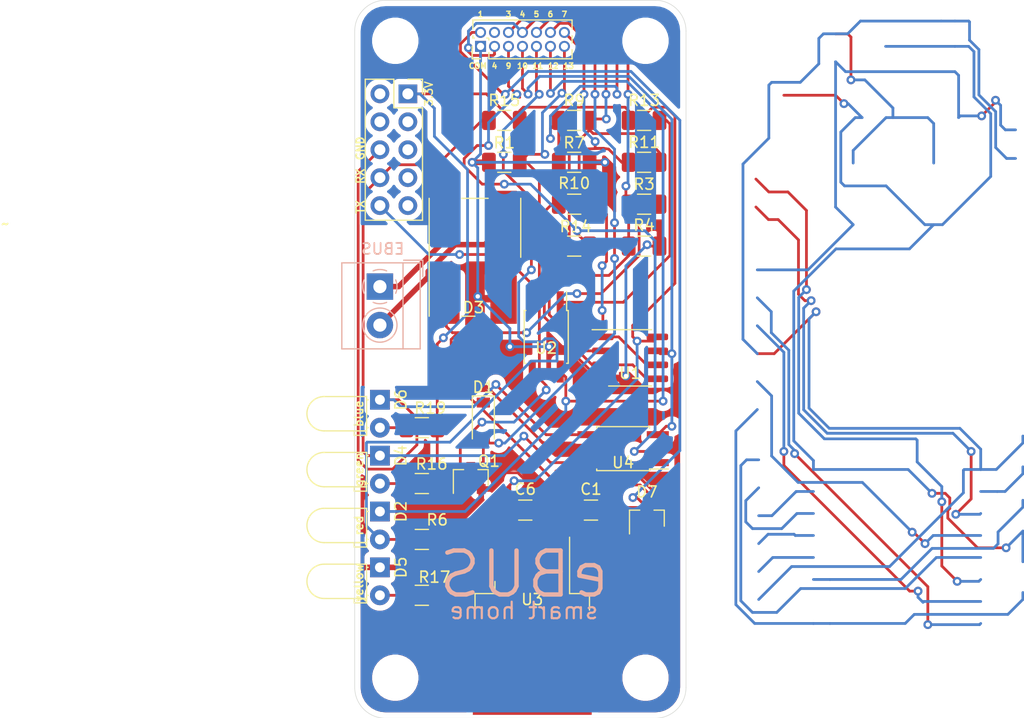
<source format=kicad_pcb>
(kicad_pcb (version 20171130) (host pcbnew 5.1.5+dfsg1-2build2)
  (layers (0 F.Cu signal) (31 B.Cu signal) (34 B.Paste user hide) (35 F.Paste user hide) (36 B.SilkS user) (37 F.SilkS user) (38 B.Mask user hide) (39 F.Mask user hide) (44 Edge.Cuts user))
  (net 0 "")
  (net 1 GNDD)
  (net 2 SIGNAL)
  (net 3 GNDREF)
  (net 4 +3V3)
  (net 5 "Net-(D3-Pad3)")
  (net 6 "Net-(D4-Pad2)")
  (net 7 RX)
  (net 8 "Net-(D5-Pad2)")
  (net 9 "Net-(D6-Pad2)")
  (net 10 TX)
  (net 11 "Net-(R13-Pad2)")
  (net 12 +5VP)
  (net 13 +24V)
  (net 14 RESET)
  (net 15 GPIO0)
  (net 16 P_RX)
  (net 17 P_TX)
  (net 18 GPIO16)
  (net 19 GPIO14)
  (net 20 GPIO13)
  (net 21 GPIO12)
  (net 22 GPIO4)
  (net 23 "Net-(R18-Pad1)")
  (net 24 "Net-(R21-Pad2)")
  (net 25 MP1)
  (net 26 MP5)
  (net 27 MP6)
  (net 28 MP11)
  (net 29 MP12)
  (net 30 MP13)
  (net 31 MP10)
  (net 32 MP9)
  (net 33 MP4)
  (net 34 MP7)
  (net 35 MP3)
  (module Diode_SMD:Diode_Bridge_Bourns_CD-DF4xxS (layer F.Cu) (at 74.168 106.426 180)
    (fp_text reference D3 (at 0.127 -4.572) (layer F.SilkS))
    (fp_text value DF10M)
    (pad 1 smd rect (at -2.6 -3.85 180) (size 2.4 4.4) (layers F.Cu F.Paste F.Mask) (net 1 GNDD))
    (pad 2 smd rect (at -2.6 3.85 180) (size 2.4 4.4) (layers F.Cu F.Paste F.Mask) (net 13 +24V))
    (pad 3 smd rect (at 2.6 3.85 180) (size 2.4 4.4) (layers F.Cu F.Paste F.Mask) (net 5 "Net-(D3-Pad3)"))
    (pad 4 smd rect (at 2.6 -3.85 180) (size 2.4 4.4) (layers F.Cu F.Paste F.Mask) (net 2 SIGNAL))
  )
  (module Connector_PinHeader_1.27mm:PinHeader_2x07_P1.27mm_Vertical (layer F.Cu) (at 74.676 87.249 90)
    (fp_text reference J8 hide)
    (fp_text value Measurements hide)
    (pad 14 thru_hole oval (at 1.27 7.62 90) (size 1 1) (drill 0.65) (layers *.Cu *.Mask) (net 34 MP7))
    (pad 13 thru_hole oval (at 0 7.62 90) (size 1 1) (drill 0.65) (layers *.Cu *.Mask) (net 30 MP13))
    (pad 12 thru_hole oval (at 1.27 6.35 90) (size 1 1) (drill 0.65) (layers *.Cu *.Mask) (net 27 MP6))
    (pad 11 thru_hole oval (at 0 6.35 90) (size 1 1) (drill 0.65) (layers *.Cu *.Mask) (net 29 MP12))
    (pad 10 thru_hole oval (at 1.27 5.08 90) (size 1 1) (drill 0.65) (layers *.Cu *.Mask) (net 26 MP5))
    (pad 9 thru_hole oval (at 0 5.08 90) (size 1 1) (drill 0.65) (layers *.Cu *.Mask) (net 28 MP11))
    (pad 8 thru_hole oval (at 1.27 3.81 90) (size 1 1) (drill 0.65) (layers *.Cu *.Mask) (net 33 MP4))
    (pad 7 thru_hole oval (at 0 3.81 90) (size 1 1) (drill 0.65) (layers *.Cu *.Mask) (net 31 MP10))
    (pad 6 thru_hole oval (at 1.27 2.54 90) (size 1 1) (drill 0.65) (layers *.Cu *.Mask) (net 35 MP3))
    (pad 5 thru_hole oval (at 0 2.54 90) (size 1 1) (drill 0.65) (layers *.Cu *.Mask) (net 32 MP9))
    (pad 4 thru_hole oval (at 1.27 1.27 90) (size 1 1) (drill 0.65) (layers *.Cu *.Mask))
    (pad 3 thru_hole oval (at 0 1.27 90) (size 1 1) (drill 0.65) (layers *.Cu *.Mask) (net 33 MP4))
    (pad 2 thru_hole oval (at 1.27 0 90) (size 1 1) (drill 0.65) (layers *.Cu *.Mask) (net 25 MP1))
    (pad 1 thru_hole rect (at 0 0 90) (size 1 1) (drill 0.65) (layers *.Cu *.Mask) (net 1 GNDD))
  )
  (module Package_SO:SO-4_4.4x3.6mm_P2.54mm (layer F.Cu) (at 87.63 123.825 180)
    (fp_text reference U4 (at 0 -1.27) (layer F.SilkS))
    (fp_text value LTV-357T)
    (pad 4 smd rect (at 3.15 -1.27 180) (size 2 0.64) (layers F.Cu F.Paste F.Mask) (net 7 RX))
    (pad 3 smd rect (at 3.15 1.27 180) (size 2 0.64) (layers F.Cu F.Paste F.Mask) (net 3 GNDREF))
    (pad 2 smd rect (at -3.15 1.27 180) (size 2 0.64) (layers F.Cu F.Paste F.Mask) (net 31 MP10))
    (pad 1 smd rect (at -3.15 -1.27 180) (size 2 0.64) (layers F.Cu F.Paste F.Mask) (net 32 MP9))
  )
  (module Package_TO_SOT_SMD:TO-263-2 (layer F.Cu) (at 79.375 139.954 270)
    (fp_text reference U3 (at -2.413 0 180) (layer F.SilkS))
    (fp_text value L7805)
    (pad 2 smd rect (at 3.375 0 270) (size 9.4 10.8) (layers F.Cu F.Mask) (net 1 GNDD))
    (pad 3 smd rect (at -5.775 2.54 270) (size 4.6 1.1) (layers F.Cu F.Paste F.Mask) (net 26 MP5))
    (pad 1 smd rect (at -5.775 -2.54 270) (size 4.6 1.1) (layers F.Cu F.Paste F.Mask) (net 25 MP1))
  )
  (module Package_SO:SO-4_4.4x3.6mm_P2.54mm (layer F.Cu) (at 80.645 113.665 270)
    (fp_text reference U2 (at 1.016 0 180) (layer F.SilkS))
    (fp_text value LTV-357T)
    (pad 4 smd rect (at 3.15 -1.27 270) (size 2 0.64) (layers F.Cu F.Paste F.Mask) (net 29 MP12))
    (pad 3 smd rect (at 3.15 1.27 270) (size 2 0.64) (layers F.Cu F.Paste F.Mask) (net 30 MP13))
    (pad 2 smd rect (at -3.15 1.27 270) (size 2 0.64) (layers F.Cu F.Paste F.Mask) (net 10 TX))
    (pad 1 smd rect (at -3.15 -1.27 270) (size 2 0.64) (layers F.Cu F.Paste F.Mask) (net 11 "Net-(R13-Pad2)"))
  )
  (module Connector_PinSocket_2.54mm:PinSocket_2x05_P2.54mm_Vertical (layer F.Cu) (at 68.072 91.567)
    (fp_text reference J3 hide)
    (fp_text value UART)
    (pad 10 thru_hole oval (at -2.54 10.16) (size 1.7 1.7) (drill 1) (layers *.Cu *.Mask) (net 10 TX))
    (pad 9 thru_hole oval (at 0 10.16) (size 1.7 1.7) (drill 1) (layers *.Cu *.Mask))
    (pad 8 thru_hole oval (at -2.54 7.62) (size 1.7 1.7) (drill 1) (layers *.Cu *.Mask) (net 7 RX))
    (pad 7 thru_hole oval (at 0 7.62) (size 1.7 1.7) (drill 1) (layers *.Cu *.Mask))
    (pad 6 thru_hole oval (at -2.54 5.08) (size 1.7 1.7) (drill 1) (layers *.Cu *.Mask) (net 3 GNDREF))
    (pad 5 thru_hole oval (at 0 5.08) (size 1.7 1.7) (drill 1) (layers *.Cu *.Mask))
    (pad 4 thru_hole oval (at -2.54 2.54) (size 1.7 1.7) (drill 1) (layers *.Cu *.Mask))
    (pad 3 thru_hole oval (at 0 2.54) (size 1.7 1.7) (drill 1) (layers *.Cu *.Mask))
    (pad 2 thru_hole oval (at -2.54 0) (size 1.7 1.7) (drill 1) (layers *.Cu *.Mask))
    (pad 1 thru_hole rect (at 0 0) (size 1.7 1.7) (drill 1) (layers *.Cu *.Mask) (net 4 +3V3))
  )
  (module MountingHole:MountingHole_3.2mm_M3 (layer F.Cu) (at 89.662 144.653)
    (fp_text reference H4 hide)
    (fp_text value MountingHole)
    (pad 1 np_thru_hole circle (at 0 0) (size 3.2 3.2) (drill 3.2) (layers *.Cu *.Mask))
  )
  (module MountingHole:MountingHole_3.2mm_M3 (layer F.Cu) (at 89.662 86.741)
    (fp_text reference H3 hide)
    (fp_text value MountingHole)
    (pad 1 np_thru_hole circle (at 0 0) (size 3.2 3.2) (drill 3.2) (layers *.Cu *.Mask))
  )
  (module MountingHole:MountingHole_3.2mm_M3 (layer F.Cu) (at 66.929 144.653)
    (fp_text reference H2 hide)
    (fp_text value MountingHole)
    (pad 1 np_thru_hole circle (at 0 0) (size 3.2 3.2) (drill 3.2) (layers *.Cu *.Mask))
  )
  (module MountingHole:MountingHole_3.2mm_M3 (layer F.Cu) (at 66.929 86.741)
    (fp_text reference H1 hide)
    (fp_text value MountingHole)
    (pad 1 np_thru_hole circle (at 0 0) (size 3.2 3.2) (drill 3.2) (layers *.Cu *.Mask))
  )
  (module Package_SO:SOIC-8_3.9x4.9mm_P1.27mm (layer F.Cu) (at 88.265 115.57)
    (fp_text reference U1 (at 0 1.397) (layer F.SilkS))
    (fp_text value LM393)
    (pad 8 smd roundrect (at 2.475 -1.905) (size 1.95 0.6) (layers F.Cu F.Paste F.Mask) (net 26 MP5))
    (pad 7 smd roundrect (at 2.475 -0.635) (size 1.95 0.6) (layers F.Cu F.Paste F.Mask) (net 31 MP10))
    (pad 6 smd roundrect (at 2.475 0.635) (size 1.95 0.6) (layers F.Cu F.Paste F.Mask) (net 34 MP7))
    (pad 5 smd roundrect (at 2.475 1.905) (size 1.95 0.6) (layers F.Cu F.Paste F.Mask) (net 33 MP4))
    (pad 4 smd roundrect (at -2.475 1.905) (size 1.95 0.6) (layers F.Cu F.Paste F.Mask) (net 1 GNDD))
    (pad 3 smd roundrect (at -2.475 0.635) (size 1.95 0.6) (layers F.Cu F.Paste F.Mask) (net 33 MP4))
    (pad 2 smd roundrect (at -2.475 -0.635) (size 1.95 0.6) (layers F.Cu F.Paste F.Mask) (net 35 MP3))
    (pad 1 smd roundrect (at -2.475 -1.905) (size 1.95 0.6) (layers F.Cu F.Paste F.Mask) (net 34 MP7))
  )
  (module Package_TO_SOT_SMD:SOT-23 (layer F.Cu) (at 73.787 126.492 90)
    (fp_text reference Q1 (at 1.524 1.651 180) (layer F.SilkS))
    (fp_text value BC817)
    (pad 3 smd rect (at 1 0 90) (size 0.9 0.8) (layers F.Cu F.Paste F.Mask) (net 27 MP6))
    (pad 2 smd rect (at -1 0.95 90) (size 0.9 0.8) (layers F.Cu F.Paste F.Mask) (net 1 GNDD))
    (pad 1 smd rect (at -1 -0.95 90) (size 0.9 0.8) (layers F.Cu F.Paste F.Mask) (net 30 MP13))
  )
  (module Package_TO_SOT_SMD:SOT-23 (layer F.Cu) (at 89.789 130.175 90)
    (fp_text reference D7 (at 2.413 0 180) (layer F.SilkS))
    (fp_text value 1N914)
    (pad 3 smd rect (at 1 0 90) (size 0.9 0.8) (layers F.Cu F.Paste F.Mask) (net 25 MP1))
    (pad 2 smd rect (at -1 0.95 90) (size 0.9 0.8) (layers F.Cu F.Paste F.Mask))
    (pad 1 smd rect (at -1 -0.95 90) (size 0.9 0.8) (layers F.Cu F.Paste F.Mask) (net 2 SIGNAL))
  )
  (module Diode_SMD:D_SOD-123 (layer F.Cu) (at 74.93 121.285 270)
    (fp_text reference D1 (at -3.048 0 180) (layer F.SilkS))
    (fp_text value "1N4737A 7.5V")
    (pad 2 smd rect (at 1.65 0 270) (size 0.9 1.2) (layers F.Cu F.Paste F.Mask) (net 27 MP6))
    (pad 1 smd rect (at -1.65 0 270) (size 0.9 1.2) (layers F.Cu F.Paste F.Mask) (net 2 SIGNAL))
  )
  (module Resistor_SMD:R_1206_3216Metric (layer F.Cu) (at 69.342 121.92)
    (fp_text reference R19 (at 0.762 -1.778) (layer F.SilkS))
    (fp_text value 10k)
    (pad 2 smd roundrect (at 1.4 0) (size 1.25 1.75) (layers F.Cu F.Paste F.Mask) (roundrect_rratio 0.2) (net 4 +3V3))
    (pad 1 smd roundrect (at -1.4 0) (size 1.25 1.75) (layers F.Cu F.Paste F.Mask) (roundrect_rratio 0.2) (net 9 "Net-(D6-Pad2)"))
  )
  (module Resistor_SMD:R_1206_3216Metric (layer F.Cu) (at 69.342 137.16)
    (fp_text reference R17 (at 1.143 -1.651) (layer F.SilkS))
    (fp_text value 10k)
    (pad 2 smd roundrect (at 1.4 0) (size 1.25 1.75) (layers F.Cu F.Paste F.Mask) (roundrect_rratio 0.2) (net 26 MP5))
    (pad 1 smd roundrect (at -1.4 0) (size 1.25 1.75) (layers F.Cu F.Paste F.Mask) (roundrect_rratio 0.2) (net 8 "Net-(D5-Pad2)"))
  )
  (module Resistor_SMD:R_1206_3216Metric (layer F.Cu) (at 69.342 127)
    (fp_text reference R16 (at 0.889 -1.778) (layer F.SilkS))
    (fp_text value 220)
    (pad 2 smd roundrect (at 1.4 0) (size 1.25 1.75) (layers F.Cu F.Paste F.Mask) (roundrect_rratio 0.2) (net 4 +3V3))
    (pad 1 smd roundrect (at -1.4 0) (size 1.25 1.75) (layers F.Cu F.Paste F.Mask) (roundrect_rratio 0.2) (net 6 "Net-(D4-Pad2)"))
  )
  (module Resistor_SMD:R_1206_3216Metric (layer F.Cu) (at 76.835 93.98)
    (fp_text reference R15 (at 0 -1.82) (layer F.SilkS))
    (fp_text value 820)
    (pad 2 smd roundrect (at 1.4 0) (size 1.25 1.75) (layers F.Cu F.Paste F.Mask) (roundrect_rratio 0.2) (net 4 +3V3))
    (pad 1 smd roundrect (at -1.4 0) (size 1.25 1.75) (layers F.Cu F.Paste F.Mask) (roundrect_rratio 0.2) (net 7 RX))
  )
  (module Resistor_SMD:R_1206_3216Metric (layer F.Cu) (at 83.185 105.41 180)
    (fp_text reference R14 (at -0.127 1.778) (layer F.SilkS))
    (fp_text value 390)
    (pad 2 smd roundrect (at 1.4 0 180) (size 1.25 1.75) (layers F.Cu F.Paste F.Mask) (roundrect_rratio 0.2) (net 26 MP5))
    (pad 1 smd roundrect (at -1.4 0 180) (size 1.25 1.75) (layers F.Cu F.Paste F.Mask) (roundrect_rratio 0.2) (net 32 MP9))
  )
  (module Resistor_SMD:R_1206_3216Metric (layer F.Cu) (at 89.535 93.98)
    (fp_text reference R13 (at 0 -1.82) (layer F.SilkS))
    (fp_text value 470)
    (pad 2 smd roundrect (at 1.4 0) (size 1.25 1.75) (layers F.Cu F.Paste F.Mask) (roundrect_rratio 0.2) (net 11 "Net-(R13-Pad2)"))
    (pad 1 smd roundrect (at -1.4 0) (size 1.25 1.75) (layers F.Cu F.Paste F.Mask) (roundrect_rratio 0.2) (net 4 +3V3))
  )
  (module Resistor_SMD:R_1206_3216Metric (layer F.Cu) (at 89.535 97.79)
    (fp_text reference R11 (at 0 -1.82) (layer F.SilkS))
    (fp_text value 10k)
    (pad 2 smd roundrect (at 1.4 0) (size 1.25 1.75) (layers F.Cu F.Paste F.Mask) (roundrect_rratio 0.2) (net 26 MP5))
    (pad 1 smd roundrect (at -1.4 0) (size 1.25 1.75) (layers F.Cu F.Paste F.Mask) (roundrect_rratio 0.2) (net 34 MP7))
  )
  (module Resistor_SMD:R_1206_3216Metric (layer F.Cu) (at 83.185 101.6 180)
    (fp_text reference R10 (at 0 1.905) (layer F.SilkS))
    (fp_text value 220k)
    (pad 2 smd roundrect (at 1.4 0 180) (size 1.25 1.75) (layers F.Cu F.Paste F.Mask) (roundrect_rratio 0.2) (net 33 MP4))
    (pad 1 smd roundrect (at -1.4 0 180) (size 1.25 1.75) (layers F.Cu F.Paste F.Mask) (roundrect_rratio 0.2) (net 34 MP7))
  )
  (module Resistor_SMD:R_1206_3216Metric (layer F.Cu) (at 83.185 93.98)
    (fp_text reference R9 (at 0 -1.82) (layer F.SilkS))
    (fp_text value 18k)
    (pad 2 smd roundrect (at 1.4 0) (size 1.25 1.75) (layers F.Cu F.Paste F.Mask) (roundrect_rratio 0.2) (net 26 MP5))
    (pad 1 smd roundrect (at -1.4 0) (size 1.25 1.75) (layers F.Cu F.Paste F.Mask) (roundrect_rratio 0.2) (net 33 MP4))
  )
  (module Resistor_SMD:R_1206_3216Metric (layer F.Cu) (at 83.185 97.79)
    (fp_text reference R7 (at 0 -1.778) (layer F.SilkS))
    (fp_text value 15k)
    (pad 2 smd roundrect (at 1.4 0) (size 1.25 1.75) (layers F.Cu F.Paste F.Mask) (roundrect_rratio 0.2) (net 1 GNDD))
    (pad 1 smd roundrect (at -1.4 0) (size 1.25 1.75) (layers F.Cu F.Paste F.Mask) (roundrect_rratio 0.2) (net 33 MP4))
  )
  (module Resistor_SMD:R_1206_3216Metric (layer F.Cu) (at 69.342 132.08)
    (fp_text reference R6 (at 1.397 -1.778) (layer F.SilkS))
    (fp_text value 470)
    (pad 2 smd roundrect (at 1.4 0) (size 1.25 1.75) (layers F.Cu F.Paste F.Mask) (roundrect_rratio 0.2) (net 26 MP5))
    (pad 1 smd roundrect (at -1.4 0) (size 1.25 1.75) (layers F.Cu F.Paste F.Mask) (roundrect_rratio 0.2) (net 28 MP11))
  )
  (module Resistor_SMD:R_1206_3216Metric (layer F.Cu) (at 89.535 105.41 180)
    (fp_text reference R4 (at 0 1.905) (layer F.SilkS))
    (fp_text value 22k)
    (pad 2 smd roundrect (at 1.4 0 180) (size 1.25 1.75) (layers F.Cu F.Paste F.Mask) (roundrect_rratio 0.2) (net 35 MP3))
    (pad 1 smd roundrect (at -1.4 0 180) (size 1.25 1.75) (layers F.Cu F.Paste F.Mask) (roundrect_rratio 0.2) (net 1 GNDD))
  )
  (module Resistor_SMD:R_1206_3216Metric (layer F.Cu) (at 89.535 101.6)
    (fp_text reference R3 (at 0 -1.82) (layer F.SilkS))
    (fp_text value 100k)
    (pad 2 smd roundrect (at 1.4 0) (size 1.25 1.75) (layers F.Cu F.Paste F.Mask) (roundrect_rratio 0.2) (net 2 SIGNAL))
    (pad 1 smd roundrect (at -1.4 0) (size 1.25 1.75) (layers F.Cu F.Paste F.Mask) (roundrect_rratio 0.2) (net 35 MP3))
  )
  (module Resistor_SMD:R_1206_3216Metric (layer F.Cu) (at 76.835 97.79 180)
    (fp_text reference R1 (at 0 1.778) (layer F.SilkS))
    (fp_text value 220)
    (pad 2 smd roundrect (at 1.4 0 180) (size 1.25 1.75) (layers F.Cu F.Paste F.Mask) (roundrect_rratio 0.2) (net 1 GNDD))
    (pad 1 smd roundrect (at -1.4 0 180) (size 1.25 1.75) (layers F.Cu F.Paste F.Mask) (roundrect_rratio 0.2) (net 30 MP13))
  )
  (module Capacitor_SMD:C_1206_3216Metric (layer F.Cu) (at 78.74 129.413)
    (fp_text reference C6 (at 0 -1.905) (layer F.SilkS))
    (fp_text value 100nF)
    (pad 2 smd roundrect (at 1.4 0) (size 1.25 1.75) (layers F.Cu F.Paste F.Mask) (roundrect_rratio 0.2) (net 1 GNDD))
    (pad 1 smd roundrect (at -1.4 0) (size 1.25 1.75) (layers F.Cu F.Paste F.Mask) (roundrect_rratio 0.2) (net 26 MP5))
  )
  (module Capacitor_SMD:C_1206_3216Metric (layer F.Cu) (at 84.709 129.413 180)
    (fp_text reference C1 (at 0 1.905) (layer F.SilkS))
    (fp_text value 330nF)
    (pad 2 smd roundrect (at 1.4 0 180) (size 1.25 1.75) (layers F.Cu F.Paste F.Mask) (roundrect_rratio 0.2) (net 1 GNDD))
    (pad 1 smd roundrect (at -1.4 0 180) (size 1.25 1.75) (layers F.Cu F.Paste F.Mask) (roundrect_rratio 0.2) (net 25 MP1))
  )
  (module TerminalBlock_4Ucon:TerminalBlock_4Ucon_1x02_P3.50mm_Horizontal (layer B.Cu) (at 65.532 109.093 270)
    (fp_text reference J1 hide)
    (fp_text value EBUS)
    (pad 2 thru_hole circle (at 3.5 0 270) (size 2.4 2.4) (drill 1.2) (layers *.Cu *.Mask) (net 13 +24V))
    (pad 1 thru_hole rect (at 0 0 270) (size 2.4 2.4) (drill 1.2) (layers *.Cu *.Mask) (net 5 "Net-(D3-Pad3)"))
  )
  (module LED_THT:LED_D3.0mm_Horizontal_O1.27mm_Z2.0mm (layer F.Cu) (at 65.532 119.38 270)
    (fp_text reference D6 (at 0 -1.905 90) (layer F.SilkS))
    (fp_text value "ESP blue")
    (pad 2 thru_hole circle (at 2.54 0 270) (size 1.8 1.8) (drill 0.9) (layers *.Cu *.Mask) (net 9 "Net-(D6-Pad2)"))
    (pad 1 thru_hole rect (at 0 0 270) (size 1.8 1.8) (drill 0.9) (layers *.Cu *.Mask) (net 3 GNDREF))
  )
  (module LED_THT:LED_D3.0mm_Horizontal_O1.27mm_Z2.0mm (layer F.Cu) (at 65.532 134.62 270)
    (fp_text reference D5 (at 0 -1.905 90) (layer F.SilkS))
    (fp_text value "EBUS yellow")
    (pad 2 thru_hole circle (at 2.54 0 270) (size 1.8 1.8) (drill 0.9) (layers *.Cu *.Mask) (net 8 "Net-(D5-Pad2)"))
    (pad 1 thru_hole rect (at 0 0 270) (size 1.8 1.8) (drill 0.9) (layers *.Cu *.Mask) (net 1 GNDD))
  )
  (module LED_THT:LED_D3.0mm_Horizontal_O1.27mm_Z2.0mm (layer F.Cu) (at 65.532 124.46 270)
    (fp_text reference D4 (at 0 -1.905 90) (layer F.SilkS))
    (fp_text value "RX green")
    (pad 2 thru_hole circle (at 2.54 0 270) (size 1.8 1.8) (drill 0.9) (layers *.Cu *.Mask) (net 6 "Net-(D4-Pad2)"))
    (pad 1 thru_hole rect (at 0 0 270) (size 1.8 1.8) (drill 0.9) (layers *.Cu *.Mask) (net 7 RX))
  )
  (module LED_THT:LED_D3.0mm_Horizontal_O1.27mm_Z2.0mm (layer F.Cu) (at 65.532 129.54 270)
    (fp_text reference D2 (at 0 -1.905 90) (layer F.SilkS))
    (fp_text value "TX red")
    (pad 2 thru_hole circle (at 2.54 0 270) (size 1.8 1.8) (drill 0.9) (layers *.Cu *.Mask) (net 28 MP11))
    (pad 1 thru_hole rect (at 0 0 270) (size 1.8 1.8) (drill 0.9) (layers *.Cu *.Mask) (net 29 MP12))
  )
  (gr_text COM (at 74.422 89.027) (layer F.SilkS) (effects (font (size 0.5 0.5) (thickness 0.125))))
  (gr_text 13 (at 82.677 89.027) (layer F.SilkS) (effects (font (size 0.5 0.5) (thickness 0.125))))
  (gr_text 12 (at 81.28 89.027) (layer F.SilkS) (effects (font (size 0.5 0.5) (thickness 0.125))))
  (gr_text 11 (at 79.883 89.027) (layer F.SilkS) (effects (font (size 0.5 0.5) (thickness 0.125))))
  (gr_text 10 (at 78.486 89.027) (layer F.SilkS) (effects (font (size 0.5 0.5) (thickness 0.125))))
  (gr_text 9 (at 77.216 89.027) (layer F.SilkS) (effects (font (size 0.5 0.5) (thickness 0.125))))
  (gr_text 4 (at 75.946 89.027) (layer F.SilkS) (effects (font (size 0.5 0.5) (thickness 0.125))))
  (gr_text 7 (at 82.296 84.328) (layer F.SilkS) (effects (font (size 0.5 0.5) (thickness 0.125))))
  (gr_text 6 (at 81.026 84.328) (layer F.SilkS) (effects (font (size 0.5 0.5) (thickness 0.125))))
  (gr_text 5 (at 79.756 84.328) (layer F.SilkS) (effects (font (size 0.5 0.5) (thickness 0.125))))
  (gr_text 4 (at 78.486 84.328) (layer F.SilkS) (effects (font (size 0.5 0.5) (thickness 0.125))))
  (gr_text 3 (at 77.216 84.328) (layer F.SilkS) (effects (font (size 0.5 0.5) (thickness 0.125))))
  (gr_text 1 (at 74.676 84.328) (layer F.SilkS) (effects (font (size 0.5 0.5) (thickness 0.125))))
  (gr_line (start 93.345 145.542) (end 93.345 85.852) (layer Edge.Cuts) (width 0.05))
  (gr_arc (start 90.551 85.852) (end 93.345 85.852) (angle -90) (layer Edge.Cuts) (width 0.05))
  (gr_arc (start 90.551 145.542) (end 90.551 148.336) (angle -90) (layer Edge.Cuts) (width 0.05))
  (gr_arc (start 66.04 145.542) (end 63.246 145.542) (angle -90) (layer Edge.Cuts) (width 0.05))
  (gr_arc (start 66.04 85.852) (end 66.04 83.058) (angle -90) (layer Edge.Cuts) (width 0.05))
  (gr_text eBUS (at 78.613 135.255) (layer B.SilkS) (effects (font (size 4 4) (thickness 0.4)) (justify mirror)))
  (gr_text "smart home" (at 78.613 138.557) (layer B.SilkS) (effects (font (size 1.5 1.5) (thickness 0.2)) (justify mirror)))
  (gr_text blue (at 63.627 120.65 90) (layer F.SilkS) (effects (font (size 0.75 0.75))))
  (gr_text green (at 63.627 125.73 90) (layer F.SilkS) (effects (font (size 0.75 0.75))))
  (gr_text red (at 63.627 130.81 90) (layer F.SilkS) (effects (font (size 0.75 0.75))))
  (gr_text yellow (at 63.627 136.017 90) (layer F.SilkS) (effects (font (size 0.75 0.75))))
  (gr_text EBUS (at 65.786 105.664) (layer B.SilkS) (effects (font (size 1 1)) (justify mirror)))
  (gr_text 3.3V (at 69.977 91.567 90) (layer F.SilkS) (effects (font (size 0.7 0.7) (thickness 0.125))))
  (gr_text TX (at 63.754 101.854 90) (layer F.SilkS) (effects (font (size 0.7 0.7))))
  (gr_text RX (at 63.754 99.06 90) (layer F.SilkS) (effects (font (size 0.7 0.7))))
  (gr_text GND (at 63.754 96.52 90) (layer F.SilkS) (effects (font (size 0.7 0.7))))
  (gr_line (start 66.04 148.336) (end 90.551 148.336) (layer Edge.Cuts) (width 0.05))
  (gr_text ~ (at 31.496 103.378) (layer F.SilkS) (effects (font (size 1 1))))
  (gr_line (start 63.246 85.852) (end 63.246 145.542) (layer Edge.Cuts) (width 0.05))
  (gr_line (start 66.04 83.058) (end 90.551 83.058) (layer Edge.Cuts) (width 0.05))
  (segment (start 69.215 131.79381) (end 70.70681 130.302) (width 0.25) (layer F.Cu) (net 1))
  (segment (start 69.215 134.62) (end 69.215 131.79381) (width 0.25) (layer F.Cu) (net 1))
  (segment (start 65.532 134.62) (end 69.215 134.62) (width 0.25) (layer F.Cu) (net 1))
  (segment (start 74.737 128.192) (end 74.737 127.492) (width 0.25) (layer F.Cu) (net 1))
  (segment (start 72.627 130.302) (end 74.737 128.192) (width 0.25) (layer F.Cu) (net 1))
  (segment (start 70.70681 130.302) (end 72.627 130.302) (width 0.25) (layer F.Cu) (net 1))
  (via (at 85.979 97.79) (size 0.8) (drill 0.4) (layers F.Cu B.Cu) (net 1))
  (segment (start 84.585 97.79) (end 85.979 97.79) (width 0.25) (layer F.Cu) (net 1))
  (via (at 73.914 97.79) (size 0.8) (drill 0.4) (layers F.Cu B.Cu) (net 1))
  (segment (start 85.979 97.79) (end 73.914 97.79) (width 0.25) (layer B.Cu) (net 1))
  (segment (start 73.914 97.79) (end 75.435 97.79) (width 0.25) (layer F.Cu) (net 1))
  (via (at 77.343 114.554) (size 0.8) (drill 0.4) (layers F.Cu B.Cu) (net 1))
  (segment (start 76.2 115.697) (end 77.343 114.554) (width 0.25) (layer F.Cu) (net 1))
  (segment (start 74.549 115.697) (end 76.2 115.697) (width 0.25) (layer F.Cu) (net 1))
  (via (at 80.899 114.554) (size 0.8) (drill 0.4) (layers F.Cu B.Cu) (net 1))
  (segment (start 77.343 114.554) (end 80.899 114.554) (width 0.25) (layer B.Cu) (net 1))
  (segment (start 85.49 117.175) (end 85.79 117.475) (width 0.25) (layer F.Cu) (net 1))
  (segment (start 85.113232 117.175) (end 85.49 117.175) (width 0.25) (layer F.Cu) (net 1))
  (segment (start 82.492232 114.554) (end 85.113232 117.175) (width 0.25) (layer F.Cu) (net 1))
  (segment (start 80.899 114.554) (end 82.492232 114.554) (width 0.25) (layer F.Cu) (net 1))
  (via (at 89.81001 105.283) (size 0.8) (drill 0.4) (layers F.Cu B.Cu) (net 1))
  (segment (start 89.93701 105.41) (end 89.81001 105.283) (width 0.25) (layer F.Cu) (net 1))
  (segment (start 90.935 105.41) (end 89.93701 105.41) (width 0.25) (layer F.Cu) (net 1))
  (via (at 87.884 117.221) (size 0.8) (drill 0.4) (layers F.Cu B.Cu) (net 1))
  (segment (start 87.884 107.20901) (end 87.884 117.221) (width 0.25) (layer B.Cu) (net 1))
  (segment (start 89.81001 105.283) (end 87.884 107.20901) (width 0.25) (layer B.Cu) (net 1))
  (segment (start 86.044 117.221) (end 85.79 117.475) (width 0.25) (layer F.Cu) (net 1))
  (segment (start 87.884 117.221) (end 86.044 117.221) (width 0.25) (layer F.Cu) (net 1))
  (segment (start 80.14 129.413) (end 83.309 129.413) (width 0.25) (layer F.Cu) (net 1))
  (segment (start 74.737 126.792) (end 74.737 127.492) (width 0.25) (layer F.Cu) (net 1))
  (segment (start 75.508001 126.020999) (end 74.737 126.792) (width 0.25) (layer F.Cu) (net 1))
  (segment (start 78.072001 126.020999) (end 75.508001 126.020999) (width 0.25) (layer F.Cu) (net 1))
  (segment (start 80.14 128.088998) (end 78.072001 126.020999) (width 0.25) (layer F.Cu) (net 1))
  (segment (start 80.14 129.413) (end 80.14 128.088998) (width 0.25) (layer F.Cu) (net 1))
  (segment (start 79.515 129.413) (end 80.14 129.413) (width 0.25) (layer F.Cu) (net 1))
  (segment (start 79.375 129.553) (end 79.515 129.413) (width 0.25) (layer F.Cu) (net 1))
  (segment (start 79.375 143.329) (end 79.375 129.553) (width 0.25) (layer F.Cu) (net 1))
  (segment (start 85.025 143.329) (end 79.375 143.329) (width 0.25) (layer F.Cu) (net 1))
  (segment (start 91.464001 136.889999) (end 85.025 143.329) (width 0.25) (layer F.Cu) (net 1))
  (segment (start 91.464001 128.778589) (end 91.464001 136.889999) (width 0.25) (layer F.Cu) (net 1))
  (segment (start 81.501999 124.449999) (end 87.135411 124.449999) (width 0.25) (layer F.Cu) (net 1))
  (segment (start 87.135411 124.449999) (end 91.464001 128.778589) (width 0.25) (layer F.Cu) (net 1))
  (segment (start 74.549 117.497) (end 81.501999 124.449999) (width 0.25) (layer F.Cu) (net 1))
  (segment (start 74.549 115.697) (end 74.549 117.497) (width 0.25) (layer F.Cu) (net 1))
  (via (at 74.422 109.982) (size 0.8) (drill 0.4) (layers F.Cu B.Cu) (net 1))
  (segment (start 77.343 112.903) (end 74.422 109.982) (width 0.25) (layer B.Cu) (net 1))
  (segment (start 77.343 114.554) (end 77.343 112.903) (width 0.25) (layer B.Cu) (net 1))
  (segment (start 76.474 109.982) (end 76.768 110.276) (width 0.25) (layer F.Cu) (net 1))
  (segment (start 74.422 109.982) (end 76.474 109.982) (width 0.25) (layer F.Cu) (net 1))
  (segment (start 74.422 98.298) (end 73.914 97.79) (width 0.25) (layer B.Cu) (net 1))
  (segment (start 74.422 109.982) (end 74.422 98.298) (width 0.25) (layer B.Cu) (net 1))
  (segment (start 74.676 97.028) (end 73.914 97.79) (width 0.25) (layer B.Cu) (net 1))
  (segment (start 74.676 87.249) (end 74.676 97.028) (width 0.25) (layer B.Cu) (net 1))
  (segment (start 90.514001 128.464999) (end 89.176002 127.127) (width 0.25) (layer F.Cu) (net 2))
  (segment (start 89.924002 130.475) (end 90.514001 129.885001) (width 0.25) (layer F.Cu) (net 2))
  (segment (start 90.514001 129.885001) (end 90.514001 128.464999) (width 0.25) (layer F.Cu) (net 2))
  (segment (start 89.489 130.475) (end 89.924002 130.475) (width 0.25) (layer F.Cu) (net 2))
  (segment (start 88.839 131.125) (end 89.489 130.475) (width 0.25) (layer F.Cu) (net 2))
  (segment (start 88.839 131.175) (end 88.839 131.125) (width 0.25) (layer F.Cu) (net 2))
  (segment (start 81.722 127.127) (end 74.93 120.335) (width 0.25) (layer F.Cu) (net 2))
  (segment (start 89.176002 127.127) (end 81.722 127.127) (width 0.25) (layer F.Cu) (net 2))
  (segment (start 74.93 120.335) (end 74.93 119.635) (width 0.25) (layer F.Cu) (net 2))
  (segment (start 74.147 119.635) (end 74.93 119.635) (width 0.25) (layer F.Cu) (net 2))
  (segment (start 72.009 117.497) (end 74.147 119.635) (width 0.25) (layer F.Cu) (net 2))
  (segment (start 72.009 115.697) (end 72.009 117.497) (width 0.25) (layer F.Cu) (net 2))
  (via (at 83.439 109.728) (size 0.8) (drill 0.4) (layers F.Cu B.Cu) (net 2))
  (segment (start 85.63019 109.728) (end 83.439 109.728) (width 0.25) (layer F.Cu) (net 2))
  (segment (start 89.08501 106.27318) (end 85.63019 109.728) (width 0.25) (layer F.Cu) (net 2))
  (segment (start 89.08501 102.82499) (end 89.08501 106.27318) (width 0.25) (layer F.Cu) (net 2))
  (segment (start 90.31 101.6) (end 89.08501 102.82499) (width 0.25) (layer F.Cu) (net 2))
  (segment (start 90.935 101.6) (end 90.31 101.6) (width 0.25) (layer F.Cu) (net 2))
  (via (at 78.867 113.284) (size 0.8) (drill 0.4) (layers F.Cu B.Cu) (net 2))
  (segment (start 82.423 109.728) (end 78.867 113.284) (width 0.25) (layer B.Cu) (net 2))
  (segment (start 83.439 109.728) (end 82.423 109.728) (width 0.25) (layer B.Cu) (net 2))
  (segment (start 72.009 113.897) (end 72.009 115.697) (width 0.25) (layer F.Cu) (net 2))
  (segment (start 72.622 113.284) (end 72.009 113.897) (width 0.25) (layer F.Cu) (net 2))
  (segment (start 78.867 113.284) (end 72.622 113.284) (width 0.25) (layer F.Cu) (net 2))
  (segment (start 72.126 113.284) (end 71.568 112.726) (width 0.25) (layer F.Cu) (net 2))
  (segment (start 71.568 112.726) (end 71.568 110.276) (width 0.25) (layer F.Cu) (net 2))
  (segment (start 72.622 113.284) (end 72.126 113.284) (width 0.25) (layer F.Cu) (net 2))
  (segment (start 66.682 119.38) (end 65.532 119.38) (width 0.25) (layer F.Cu) (net 3))
  (segment (start 67.21519 119.38) (end 66.682 119.38) (width 0.25) (layer F.Cu) (net 3))
  (segment (start 68.89201 121.05682) (end 67.21519 119.38) (width 0.25) (layer F.Cu) (net 3))
  (segment (start 68.89201 123.484992) (end 68.89201 121.05682) (width 0.25) (layer F.Cu) (net 3))
  (segment (start 66.692001 125.685001) (end 68.89201 123.484992) (width 0.25) (layer F.Cu) (net 3))
  (segment (start 64.371999 125.685001) (end 66.692001 125.685001) (width 0.25) (layer F.Cu) (net 3))
  (segment (start 63.55699 98.62201) (end 63.55699 124.869992) (width 0.25) (layer F.Cu) (net 3))
  (segment (start 63.55699 124.869992) (end 64.371999 125.685001) (width 0.25) (layer F.Cu) (net 3))
  (segment (start 65.532 96.647) (end 63.55699 98.62201) (width 0.25) (layer F.Cu) (net 3))
  (segment (start 118.622 125.7202) (end 120.122 125.7202) (width 0.25) (layer B.Cu) (net 3))
  (segment (start 118.546999 125.795201) (end 118.622 125.7202) (width 0.25) (layer B.Cu) (net 3))
  (segment (start 118.546999 127.842897) (end 118.546999 125.795201) (width 0.25) (layer B.Cu) (net 3))
  (segment (start 111.844695 134.545201) (end 118.546999 127.842897) (width 0.25) (layer B.Cu) (net 3))
  (segment (start 102.944799 134.545201) (end 111.844695 134.545201) (width 0.25) (layer B.Cu) (net 3))
  (segment (start 99.949 137.541) (end 102.944799 134.545201) (width 0.25) (layer B.Cu) (net 3))
  (segment (start 121.5358 125.7202) (end 120.122 125.7202) (width 0.25) (layer B.Cu) (net 3))
  (segment (start 123.952 123.304) (end 121.5358 125.7202) (width 0.25) (layer B.Cu) (net 3))
  (segment (start 123.952 122.679) (end 123.952 123.304) (width 0.25) (layer B.Cu) (net 3))
  (segment (start 115.8494 94.2624) (end 115.313 93.726) (width 0.25) (layer B.Cu) (net 3))
  (segment (start 115.8494 97.8602) (end 115.8494 94.2624) (width 0.25) (layer B.Cu) (net 3))
  (segment (start 115.313 93.726) (end 112.144 93.726) (width 0.25) (layer B.Cu) (net 3))
  (segment (start 108.5342 96.7108) (end 108.5342 97.8602) (width 0.25) (layer B.Cu) (net 3))
  (segment (start 111.519 93.726) (end 108.5342 96.7108) (width 0.25) (layer B.Cu) (net 3))
  (segment (start 112.144 93.726) (end 111.519 93.726) (width 0.25) (layer B.Cu) (net 3))
  (segment (start 109.191 84.949) (end 116.5302 84.949) (width 0.25) (layer B.Cu) (net 3))
  (segment (start 108.034 86.106) (end 109.191 84.949) (width 0.25) (layer B.Cu) (net 3))
  (segment (start 116.5302 84.949) (end 117.7802 84.949) (width 0.25) (layer B.Cu) (net 3))
  (segment (start 106.934 86.106) (end 108.034 86.106) (width 0.25) (layer B.Cu) (net 3))
  (segment (start 109.59 90.297) (end 108.331 90.297) (width 0.25) (layer B.Cu) (net 3))
  (segment (start 112.144 92.851) (end 109.59 90.297) (width 0.25) (layer B.Cu) (net 3))
  (via (at 108.331 90.297) (size 0.8) (drill 0.4) (layers F.Cu B.Cu) (net 3))
  (segment (start 112.144 93.726) (end 112.144 92.851) (width 0.25) (layer B.Cu) (net 3))
  (segment (start 108.034 86.106) (end 106.934 86.106) (width 0.25) (layer F.Cu) (net 3))
  (segment (start 108.331 86.403) (end 108.034 86.106) (width 0.25) (layer F.Cu) (net 3))
  (segment (start 108.331 90.297) (end 108.331 86.403) (width 0.25) (layer F.Cu) (net 3))
  (via (at 76.066653 117.989347) (size 0.8) (drill 0.4) (layers F.Cu B.Cu) (net 3))
  (segment (start 80.632306 122.555) (end 76.066653 117.989347) (width 0.25) (layer F.Cu) (net 3))
  (segment (start 84.48 122.555) (end 80.632306 122.555) (width 0.25) (layer F.Cu) (net 3))
  (segment (start 76.066653 117.989347) (end 74.041 120.015) (width 0.25) (layer B.Cu) (net 3))
  (segment (start 74.041 120.015) (end 67.437 120.015) (width 0.25) (layer B.Cu) (net 3))
  (segment (start 66.802 119.38) (end 65.532 119.38) (width 0.25) (layer B.Cu) (net 3))
  (segment (start 67.437 120.015) (end 66.802 119.38) (width 0.25) (layer B.Cu) (net 3))
  (segment (start 101.124999 90.518999) (end 103.726999 90.518999) (width 0.25) (layer B.Cu) (net 3))
  (segment (start 100.870001 90.773997) (end 101.124999 90.518999) (width 0.25) (layer B.Cu) (net 3))
  (segment (start 100.870001 95.598999) (end 100.870001 90.773997) (width 0.25) (layer B.Cu) (net 3))
  (segment (start 99.695 96.774) (end 100.870001 95.598999) (width 0.25) (layer B.Cu) (net 3))
  (segment (start 103.726999 90.518999) (end 105.41 88.835998) (width 0.25) (layer B.Cu) (net 3))
  (segment (start 105.41 86.53) (end 105.834 86.106) (width 0.25) (layer B.Cu) (net 3))
  (segment (start 105.834 86.106) (end 106.934 86.106) (width 0.25) (layer B.Cu) (net 3))
  (segment (start 105.41 88.835998) (end 105.41 86.53) (width 0.25) (layer B.Cu) (net 3))
  (segment (start 121.48101 96.446012) (end 121.481009 93.183999) (width 0.25) (layer B.Cu) (net 3))
  (segment (start 122.473998 97.439) (end 121.48101 96.446012) (width 0.25) (layer B.Cu) (net 3))
  (segment (start 123.284 97.439) (end 122.473998 97.439) (width 0.25) (layer B.Cu) (net 3))
  (segment (start 121.481009 93.183999) (end 119.95701 91.66) (width 0.25) (layer B.Cu) (net 3))
  (segment (start 119.957009 87.539399) (end 119.105201 86.687591) (width 0.25) (layer B.Cu) (net 3))
  (segment (start 119.95701 91.66) (end 119.957009 87.539399) (width 0.25) (layer B.Cu) (net 3))
  (segment (start 119.0302 84.949) (end 117.7802 84.949) (width 0.25) (layer B.Cu) (net 3))
  (segment (start 119.105201 85.024001) (end 119.0302 84.949) (width 0.25) (layer B.Cu) (net 3))
  (segment (start 119.105201 86.687591) (end 119.105201 85.024001) (width 0.25) (layer B.Cu) (net 3))
  (segment (start 98.845001 97.623999) (end 99.695 96.774) (width 0.25) (layer B.Cu) (net 3))
  (segment (start 98.519999 97.949001) (end 98.845001 97.623999) (width 0.25) (layer B.Cu) (net 3))
  (segment (start 98.519999 113.886999) (end 98.519999 97.949001) (width 0.25) (layer B.Cu) (net 3))
  (segment (start 99.822 115.189) (end 98.519999 113.886999) (width 0.25) (layer B.Cu) (net 3))
  (via (at 105.163613 111.379) (size 0.8) (drill 0.4) (layers F.Cu B.Cu) (net 3))
  (segment (start 101.353613 115.189) (end 99.822 115.189) (width 0.25) (layer F.Cu) (net 3))
  (segment (start 105.163613 111.379) (end 101.353613 115.189) (width 0.25) (layer F.Cu) (net 3))
  (segment (start 104.521 112.021613) (end 105.163613 111.379) (width 0.25) (layer B.Cu) (net 3))
  (segment (start 104.521 120.14059) (end 104.521 112.021613) (width 0.25) (layer B.Cu) (net 3))
  (segment (start 106.3584 121.97799) (end 104.521 120.14059) (width 0.25) (layer B.Cu) (net 3))
  (segment (start 118.224992 121.97799) (end 106.3584 121.97799) (width 0.25) (layer B.Cu) (net 3))
  (segment (start 120.122 123.874998) (end 118.224992 121.97799) (width 0.25) (layer B.Cu) (net 3))
  (segment (start 120.122 125.7202) (end 120.122 123.874998) (width 0.25) (layer B.Cu) (net 3))
  (segment (start 69.172 91.567) (end 68.072 91.567) (width 0.25) (layer F.Cu) (net 4))
  (segment (start 75.197 91.567) (end 69.172 91.567) (width 0.25) (layer F.Cu) (net 4))
  (segment (start 88.135 93.105) (end 88.135 93.98) (width 0.25) (layer F.Cu) (net 4))
  (segment (start 87.80999 92.77999) (end 88.135 93.105) (width 0.25) (layer F.Cu) (net 4))
  (segment (start 78.235 93.105) (end 78.56001 92.77999) (width 0.25) (layer F.Cu) (net 4))
  (segment (start 78.56001 92.77999) (end 87.80999 92.77999) (width 0.25) (layer F.Cu) (net 4))
  (segment (start 78.235 93.98) (end 78.235 93.105) (width 0.25) (layer F.Cu) (net 4))
  (segment (start 70.742 127) (end 70.742 121.92) (width 0.25) (layer F.Cu) (net 4))
  (segment (start 77.61 93.98) (end 78.235 93.98) (width 0.25) (layer F.Cu) (net 4))
  (segment (start 123.952 131.321) (end 123.952 134.109) (width 0.25) (layer B.Cu) (net 4))
  (segment (start 111.4802 87.249) (end 117.7802 87.249) (width 0.25) (layer B.Cu) (net 4))
  (segment (start 107.40919 99.59838) (end 107.40919 95.03581) (width 0.25) (layer B.Cu) (net 4))
  (segment (start 107.40919 95.03581) (end 108.719 93.726) (width 0.25) (layer B.Cu) (net 4))
  (segment (start 107.74602 99.93521) (end 107.40919 99.59838) (width 0.25) (layer B.Cu) (net 4))
  (segment (start 111.52441 99.93521) (end 107.74602 99.93521) (width 0.25) (layer B.Cu) (net 4))
  (segment (start 108.719 93.726) (end 109.344 93.726) (width 0.25) (layer B.Cu) (net 4))
  (segment (start 115.0494 103.4602) (end 111.52441 99.93521) (width 0.25) (layer B.Cu) (net 4))
  (segment (start 115.8494 103.4602) (end 115.0494 103.4602) (width 0.25) (layer B.Cu) (net 4))
  (via (at 115.697 127.889) (size 0.8) (drill 0.4) (layers F.Cu B.Cu) (net 4))
  (segment (start 113.5282 125.7202) (end 115.697 127.889) (width 0.25) (layer B.Cu) (net 4))
  (segment (start 104.922 125.7202) (end 113.5282 125.7202) (width 0.25) (layer B.Cu) (net 4))
  (via (at 122.428 132.842) (size 0.8) (drill 0.4) (layers F.Cu B.Cu) (net 4))
  (segment (start 119.830998 132.842) (end 122.428 132.842) (width 0.25) (layer F.Cu) (net 4))
  (segment (start 117.130999 130.142001) (end 119.830998 132.842) (width 0.25) (layer F.Cu) (net 4))
  (segment (start 117.311001 129.265997) (end 117.130999 129.445999) (width 0.25) (layer F.Cu) (net 4))
  (segment (start 117.311001 128.302999) (end 117.311001 129.265997) (width 0.25) (layer F.Cu) (net 4))
  (segment (start 116.897002 127.889) (end 117.311001 128.302999) (width 0.25) (layer F.Cu) (net 4))
  (segment (start 117.130999 129.445999) (end 117.130999 130.142001) (width 0.25) (layer F.Cu) (net 4))
  (segment (start 115.697 127.889) (end 116.897002 127.889) (width 0.25) (layer F.Cu) (net 4))
  (segment (start 122.431 132.842) (end 123.952 131.321) (width 0.25) (layer B.Cu) (net 4))
  (segment (start 122.428 132.842) (end 122.431 132.842) (width 0.25) (layer B.Cu) (net 4))
  (segment (start 116.6494 103.4602) (end 121.031 99.0786) (width 0.25) (layer B.Cu) (net 4))
  (segment (start 115.8494 103.4602) (end 116.6494 103.4602) (width 0.25) (layer B.Cu) (net 4))
  (segment (start 121.031 99.0786) (end 121.031 93.3704) (width 0.25) (layer B.Cu) (net 4))
  (segment (start 119.0302 87.249) (end 119.507 87.7258) (width 0.25) (layer B.Cu) (net 4))
  (segment (start 117.7802 87.249) (end 119.0302 87.249) (width 0.25) (layer B.Cu) (net 4))
  (segment (start 119.507 91.8464) (end 121.031 93.3704) (width 0.25) (layer B.Cu) (net 4))
  (segment (start 119.507 87.7258) (end 119.507 91.8464) (width 0.25) (layer B.Cu) (net 4))
  (via (at 71.299007 113.75025) (size 0.8) (drill 0.4) (layers F.Cu B.Cu) (net 4))
  (segment (start 70.742 114.307257) (end 71.299007 113.75025) (width 0.25) (layer F.Cu) (net 4))
  (segment (start 70.742 121.92) (end 70.742 114.307257) (width 0.25) (layer F.Cu) (net 4))
  (segment (start 73.496001 98.445003) (end 70.485 95.434002) (width 0.25) (layer B.Cu) (net 4))
  (segment (start 73.496001 111.553256) (end 73.496001 98.445003) (width 0.25) (layer B.Cu) (net 4))
  (segment (start 71.299007 113.75025) (end 73.496001 111.553256) (width 0.25) (layer B.Cu) (net 4))
  (segment (start 69.172 91.567) (end 68.072 91.567) (width 0.25) (layer B.Cu) (net 4))
  (segment (start 70.485 92.88) (end 69.172 91.567) (width 0.25) (layer B.Cu) (net 4))
  (segment (start 70.485 95.434002) (end 70.485 92.88) (width 0.25) (layer B.Cu) (net 4))
  (segment (start 75.946 92.329) (end 75.197 91.567) (width 0.25) (layer F.Cu) (net 4))
  (segment (start 77.61 93.98) (end 75.946 92.329) (width 0.25) (layer F.Cu) (net 4))
  (via (at 107.696 92.456) (size 0.8) (drill 0.4) (layers F.Cu B.Cu) (net 4))
  (segment (start 106.934 91.694) (end 107.696 92.456) (width 0.25) (layer F.Cu) (net 4))
  (segment (start 102.235 91.694) (end 106.934 91.694) (width 0.25) (layer F.Cu) (net 4))
  (segment (start 108.074 92.456) (end 109.344 93.726) (width 0.25) (layer B.Cu) (net 4))
  (segment (start 107.696 92.456) (end 108.074 92.456) (width 0.25) (layer B.Cu) (net 4))
  (segment (start 113.6456 105.664) (end 115.8494 103.4602) (width 0.25) (layer B.Cu) (net 4))
  (segment (start 106.96681 105.664) (end 113.6456 105.664) (width 0.25) (layer B.Cu) (net 4))
  (segment (start 103.135018 109.495792) (end 106.96681 105.664) (width 0.25) (layer B.Cu) (net 4))
  (segment (start 103.135018 123.121549) (end 103.135018 109.495792) (width 0.25) (layer B.Cu) (net 4))
  (segment (start 104.922 124.908531) (end 103.135018 123.121549) (width 0.25) (layer B.Cu) (net 4))
  (segment (start 104.922 125.7202) (end 104.922 124.908531) (width 0.25) (layer B.Cu) (net 4))
  (segment (start 71.568 104.757) (end 71.568 102.576) (width 0.5) (layer F.Cu) (net 5))
  (segment (start 67.232 109.093) (end 71.568 104.757) (width 0.5) (layer F.Cu) (net 5))
  (segment (start 65.532 109.093) (end 67.232 109.093) (width 0.5) (layer F.Cu) (net 5))
  (segment (start 65.532 127) (end 67.942 127) (width 0.25) (layer F.Cu) (net 6))
  (via (at 78.613 122.682) (size 0.8) (drill 0.4) (layers F.Cu B.Cu) (net 7))
  (segment (start 76.835 124.46) (end 78.613 122.682) (width 0.25) (layer B.Cu) (net 7))
  (segment (start 65.532 124.46) (end 76.835 124.46) (width 0.25) (layer B.Cu) (net 7))
  (segment (start 81.026 125.095) (end 84.48 125.095) (width 0.25) (layer F.Cu) (net 7))
  (segment (start 78.613 122.682) (end 81.026 125.095) (width 0.25) (layer F.Cu) (net 7))
  (segment (start 64.682001 100.036999) (end 65.532 99.187) (width 0.25) (layer F.Cu) (net 7))
  (segment (start 64.006999 100.712001) (end 64.682001 100.036999) (width 0.25) (layer F.Cu) (net 7))
  (segment (start 64.006999 124.084999) (end 64.006999 100.712001) (width 0.25) (layer F.Cu) (net 7))
  (segment (start 64.382 124.46) (end 64.006999 124.084999) (width 0.25) (layer F.Cu) (net 7))
  (segment (start 65.532 124.46) (end 64.382 124.46) (width 0.25) (layer F.Cu) (net 7))
  (segment (start 66.381999 98.337001) (end 65.532 99.187) (width 0.25) (layer F.Cu) (net 7))
  (segment (start 70.778001 98.011999) (end 66.707001 98.011999) (width 0.25) (layer F.Cu) (net 7))
  (segment (start 74.81 93.98) (end 70.778001 98.011999) (width 0.25) (layer F.Cu) (net 7))
  (segment (start 66.707001 98.011999) (end 66.381999 98.337001) (width 0.25) (layer F.Cu) (net 7))
  (segment (start 75.435 93.98) (end 74.81 93.98) (width 0.25) (layer F.Cu) (net 7))
  (via (at 116.586 128.651) (size 0.8) (drill 0.4) (layers F.Cu B.Cu) (net 7))
  (via (at 117.983 135.89) (size 0.8) (drill 0.4) (layers F.Cu B.Cu) (net 7))
  (segment (start 116.586 134.493) (end 117.983 135.89) (width 0.25) (layer F.Cu) (net 7))
  (segment (start 116.586 128.651) (end 116.586 134.493) (width 0.25) (layer F.Cu) (net 7))
  (segment (start 119.9522 135.89) (end 120.122 135.7202) (width 0.25) (layer B.Cu) (net 7))
  (segment (start 117.983 135.89) (end 119.9522 135.89) (width 0.25) (layer B.Cu) (net 7))
  (segment (start 114.347001 123.060199) (end 114.222802 122.936) (width 0.25) (layer B.Cu) (net 7))
  (segment (start 114.347001 125.030203) (end 114.347001 123.060199) (width 0.25) (layer B.Cu) (net 7))
  (segment (start 116.586 127.269202) (end 114.347001 125.030203) (width 0.25) (layer B.Cu) (net 7))
  (segment (start 116.586 128.651) (end 116.586 127.269202) (width 0.25) (layer B.Cu) (net 7))
  (segment (start 114.222802 122.936) (end 105.918 122.936) (width 0.25) (layer B.Cu) (net 7))
  (segment (start 100.544999 100.163999) (end 99.695 99.314) (width 0.25) (layer F.Cu) (net 7))
  (segment (start 104.288058 102.168056) (end 102.609003 100.489001) (width 0.25) (layer F.Cu) (net 7))
  (segment (start 104.288058 109.368058) (end 104.288058 102.168056) (width 0.25) (layer F.Cu) (net 7))
  (segment (start 102.609003 100.489001) (end 100.870001 100.489001) (width 0.25) (layer F.Cu) (net 7))
  (via (at 104.288058 109.368058) (size 0.8) (drill 0.4) (layers F.Cu B.Cu) (net 7))
  (segment (start 100.870001 100.489001) (end 100.544999 100.163999) (width 0.25) (layer F.Cu) (net 7))
  (segment (start 105.918 122.936) (end 103.585028 120.603028) (width 0.25) (layer B.Cu) (net 7))
  (segment (start 103.585028 110.071088) (end 104.288058 109.368058) (width 0.25) (layer B.Cu) (net 7))
  (segment (start 103.585028 120.603028) (end 103.585028 110.071088) (width 0.25) (layer B.Cu) (net 7))
  (segment (start 67.942 137.16) (end 65.532 137.16) (width 0.25) (layer F.Cu) (net 8))
  (segment (start 65.532 121.92) (end 67.942 121.92) (width 0.25) (layer F.Cu) (net 9))
  (via (at 119.253 124.079) (size 0.8) (drill 0.4) (layers F.Cu B.Cu) (net 10))
  (via (at 117.856 129.794) (size 0.8) (drill 0.4) (layers F.Cu B.Cu) (net 10))
  (segment (start 119.253 128.397) (end 117.856 129.794) (width 0.25) (layer F.Cu) (net 10))
  (segment (start 119.253 124.079) (end 119.253 128.397) (width 0.25) (layer F.Cu) (net 10))
  (segment (start 120.0482 129.794) (end 120.122 129.7202) (width 0.25) (layer B.Cu) (net 10))
  (segment (start 117.856 129.794) (end 120.0482 129.794) (width 0.25) (layer B.Cu) (net 10))
  (via (at 72.771 106.172) (size 0.8) (drill 0.4) (layers F.Cu B.Cu) (net 10))
  (segment (start 76.649002 106.172) (end 72.771 106.172) (width 0.25) (layer F.Cu) (net 10))
  (segment (start 79.375 108.897998) (end 76.649002 106.172) (width 0.25) (layer F.Cu) (net 10))
  (segment (start 79.375 110.515) (end 79.375 108.897998) (width 0.25) (layer F.Cu) (net 10))
  (segment (start 69.977 106.172) (end 65.532 101.727) (width 0.25) (layer B.Cu) (net 10))
  (segment (start 72.771 106.172) (end 69.977 106.172) (width 0.25) (layer B.Cu) (net 10))
  (via (at 104.713603 110.367836) (size 0.8) (drill 0.4) (layers F.Cu B.Cu) (net 10))
  (segment (start 103.563057 109.782975) (end 103.563057 104.843943) (width 0.25) (layer F.Cu) (net 10))
  (segment (start 104.147918 110.367836) (end 103.563057 109.782975) (width 0.25) (layer F.Cu) (net 10))
  (segment (start 104.713603 110.367836) (end 104.147918 110.367836) (width 0.25) (layer F.Cu) (net 10))
  (segment (start 103.563057 104.843943) (end 101.716114 102.997) (width 0.25) (layer F.Cu) (net 10))
  (segment (start 100.838 102.997) (end 99.695 101.854) (width 0.25) (layer F.Cu) (net 10))
  (segment (start 101.716114 102.997) (end 100.838 102.997) (width 0.25) (layer F.Cu) (net 10))
  (segment (start 104.035038 111.046401) (end 104.713603 110.367836) (width 0.25) (layer B.Cu) (net 10))
  (segment (start 104.035038 120.291038) (end 104.035038 111.046401) (width 0.25) (layer B.Cu) (net 10))
  (segment (start 106.172 122.428) (end 104.035038 120.291038) (width 0.25) (layer B.Cu) (net 10))
  (segment (start 117.602 122.428) (end 106.172 122.428) (width 0.25) (layer B.Cu) (net 10))
  (segment (start 119.253 124.079) (end 117.602 122.428) (width 0.25) (layer B.Cu) (net 10))
  (segment (start 82.485 110.515) (end 81.915 110.515) (width 0.25) (layer F.Cu) (net 11))
  (segment (start 91.88501 106.27318) (end 87.64319 110.515) (width 0.25) (layer F.Cu) (net 11))
  (segment (start 91.88501 94.30501) (end 91.88501 106.27318) (width 0.25) (layer F.Cu) (net 11))
  (segment (start 87.64319 110.515) (end 82.485 110.515) (width 0.25) (layer F.Cu) (net 11))
  (segment (start 91.56 93.98) (end 91.88501 94.30501) (width 0.25) (layer F.Cu) (net 11))
  (segment (start 90.935 93.98) (end 91.56 93.98) (width 0.25) (layer F.Cu) (net 11))
  (segment (start 118.113 89.8818) (end 117.7802 89.549) (width 0.25) (layer B.Cu) (net 12))
  (segment (start 118.113 93.726) (end 118.113 89.8818) (width 0.25) (layer B.Cu) (net 12))
  (segment (start 106.934 101.86) (end 108.5342 103.4602) (width 0.25) (layer B.Cu) (net 12))
  (segment (start 106.934 88.646) (end 106.934 101.86) (width 0.25) (layer B.Cu) (net 12))
  (segment (start 104.4254 107.569) (end 108.5342 103.4602) (width 0.25) (layer B.Cu) (net 12))
  (segment (start 99.822 107.569) (end 104.4254 107.569) (width 0.25) (layer B.Cu) (net 12))
  (segment (start 107.837 89.549) (end 106.934 88.646) (width 0.25) (layer B.Cu) (net 12))
  (segment (start 117.7802 89.549) (end 107.837 89.549) (width 0.25) (layer B.Cu) (net 12))
  (via (at 121.468158 92.145842) (size 0.8) (drill 0.4) (layers F.Cu B.Cu) (net 12))
  (segment (start 121.931018 92.608702) (end 121.468158 92.145842) (width 0.25) (layer B.Cu) (net 12))
  (segment (start 121.931018 94.411018) (end 121.931018 92.608702) (width 0.25) (layer B.Cu) (net 12))
  (segment (start 122.359 94.839) (end 121.931018 94.411018) (width 0.25) (layer B.Cu) (net 12))
  (segment (start 123.284 94.839) (end 122.359 94.839) (width 0.25) (layer B.Cu) (net 12))
  (via (at 120.206647 93.571353) (size 0.8) (drill 0.4) (layers F.Cu B.Cu) (net 12))
  (segment (start 121.468158 92.309842) (end 120.206647 93.571353) (width 0.25) (layer F.Cu) (net 12))
  (segment (start 121.468158 92.145842) (end 121.468158 92.309842) (width 0.25) (layer F.Cu) (net 12))
  (segment (start 118.267647 93.571353) (end 118.113 93.726) (width 0.25) (layer B.Cu) (net 12))
  (segment (start 120.206647 93.571353) (end 118.267647 93.571353) (width 0.25) (layer B.Cu) (net 12))
  (segment (start 75.068 105.276) (end 76.768 103.576) (width 0.5) (layer F.Cu) (net 13))
  (segment (start 72.357998 105.276) (end 75.068 105.276) (width 0.5) (layer F.Cu) (net 13))
  (segment (start 69.917999 107.715999) (end 72.357998 105.276) (width 0.5) (layer F.Cu) (net 13))
  (segment (start 69.917999 108.207001) (end 69.917999 107.715999) (width 0.5) (layer F.Cu) (net 13))
  (segment (start 76.768 103.576) (end 76.768 102.576) (width 0.5) (layer F.Cu) (net 13))
  (segment (start 65.532 112.593) (end 69.917999 108.207001) (width 0.5) (layer F.Cu) (net 13))
  (segment (start 99.5882 139.7202) (end 97.87398 138.00598) (width 0.25) (layer B.Cu) (net 14))
  (segment (start 104.922 139.7202) (end 99.5882 139.7202) (width 0.25) (layer B.Cu) (net 14))
  (segment (start 106.422 139.7202) (end 104.922 139.7202) (width 0.25) (layer B.Cu) (net 14))
  (segment (start 113.25841 139.7202) (end 106.422 139.7202) (width 0.25) (layer B.Cu) (net 14))
  (segment (start 114.083411 138.895199) (end 113.25841 139.7202) (width 0.25) (layer B.Cu) (net 14))
  (segment (start 122.590801 138.895199) (end 114.083411 138.895199) (width 0.25) (layer B.Cu) (net 14))
  (segment (start 123.952 137.534) (end 122.590801 138.895199) (width 0.25) (layer B.Cu) (net 14))
  (segment (start 123.952 136.909) (end 123.952 137.534) (width 0.25) (layer B.Cu) (net 14))
  (segment (start 97.87398 122.21702) (end 99.822 120.269) (width 0.25) (layer B.Cu) (net 14))
  (segment (start 97.87398 138.00598) (end 97.87398 122.21702) (width 0.25) (layer B.Cu) (net 14))
  (via (at 113.895447 131.421447) (size 0.8) (drill 0.4) (layers F.Cu B.Cu) (net 15))
  (segment (start 109.369199 126.895199) (end 113.895447 131.421447) (width 0.25) (layer B.Cu) (net 15))
  (segment (start 103.527199 126.895199) (end 109.369199 126.895199) (width 0.25) (layer B.Cu) (net 15))
  (segment (start 101.124001 124.492001) (end 103.527199 126.895199) (width 0.25) (layer B.Cu) (net 15))
  (via (at 115.062 132.461) (size 0.8) (drill 0.4) (layers F.Cu B.Cu) (net 15))
  (segment (start 114.022447 131.421447) (end 115.062 132.461) (width 0.25) (layer F.Cu) (net 15))
  (segment (start 113.895447 131.421447) (end 114.022447 131.421447) (width 0.25) (layer F.Cu) (net 15))
  (segment (start 115.8028 131.7202) (end 120.122 131.7202) (width 0.25) (layer B.Cu) (net 15))
  (segment (start 115.062 132.461) (end 115.8028 131.7202) (width 0.25) (layer B.Cu) (net 15))
  (segment (start 101.124001 119.031001) (end 99.822 117.729) (width 0.25) (layer B.Cu) (net 15))
  (segment (start 101.124001 124.492001) (end 101.124001 119.031001) (width 0.25) (layer B.Cu) (net 15))
  (via (at 102.235 124.079) (size 0.8) (drill 0.4) (layers F.Cu B.Cu) (net 16))
  (segment (start 102.235 124.079) (end 102.235 125.349) (width 0.25) (layer F.Cu) (net 16))
  (via (at 114.427 136.779) (size 0.8) (drill 0.4) (layers F.Cu B.Cu) (net 16))
  (segment (start 113.665 136.779) (end 114.427 136.779) (width 0.25) (layer F.Cu) (net 16))
  (segment (start 102.235 125.349) (end 113.665 136.779) (width 0.25) (layer F.Cu) (net 16))
  (segment (start 114.427 137.344685) (end 114.877315 137.795) (width 0.25) (layer B.Cu) (net 16))
  (segment (start 114.427 136.779) (end 114.427 137.344685) (width 0.25) (layer B.Cu) (net 16))
  (segment (start 114.952115 137.7202) (end 120.122 137.7202) (width 0.25) (layer B.Cu) (net 16))
  (segment (start 114.877315 137.795) (end 114.952115 137.7202) (width 0.25) (layer B.Cu) (net 16))
  (segment (start 102.235 115.062) (end 99.822 112.649) (width 0.25) (layer B.Cu) (net 16))
  (segment (start 102.235 124.079) (end 102.235 115.062) (width 0.25) (layer B.Cu) (net 16))
  (via (at 103.215583 124.275116) (size 0.8) (drill 0.4) (layers F.Cu B.Cu) (net 17))
  (via (at 115.316 139.827) (size 0.8) (drill 0.4) (layers F.Cu B.Cu) (net 17))
  (segment (start 115.316 136.375533) (end 115.316 139.827) (width 0.25) (layer F.Cu) (net 17))
  (segment (start 103.215583 124.275116) (end 115.316 136.375533) (width 0.25) (layer F.Cu) (net 17))
  (segment (start 120.0152 139.827) (end 120.122 139.7202) (width 0.25) (layer B.Cu) (net 17))
  (segment (start 115.316 139.827) (end 120.0152 139.827) (width 0.25) (layer B.Cu) (net 17))
  (segment (start 103.215583 123.986581) (end 102.68501 123.456008) (width 0.25) (layer B.Cu) (net 17))
  (segment (start 103.215583 124.275116) (end 103.215583 123.986581) (width 0.25) (layer B.Cu) (net 17))
  (segment (start 102.68501 123.456008) (end 102.685009 114.875599) (width 0.25) (layer B.Cu) (net 17))
  (segment (start 102.685009 114.875599) (end 101.092 113.28259) (width 0.25) (layer B.Cu) (net 17))
  (segment (start 101.092 111.379) (end 99.822 110.109) (width 0.25) (layer B.Cu) (net 17))
  (segment (start 101.092 113.28259) (end 101.092 111.379) (width 0.25) (layer B.Cu) (net 17))
  (segment (start 101.2298 133.7202) (end 104.922 133.7202) (width 0.25) (layer B.Cu) (net 18))
  (segment (start 99.949 135.001) (end 101.2298 133.7202) (width 0.25) (layer B.Cu) (net 18))
  (segment (start 100.798999 131.611001) (end 103.163001 131.611001) (width 0.25) (layer B.Cu) (net 19))
  (segment (start 99.949 132.461) (end 100.798999 131.611001) (width 0.25) (layer B.Cu) (net 19))
  (segment (start 103.2722 131.7202) (end 104.922 131.7202) (width 0.25) (layer B.Cu) (net 19))
  (segment (start 103.163001 131.611001) (end 103.2722 131.7202) (width 0.25) (layer B.Cu) (net 19))
  (segment (start 103.422 127.7202) (end 104.922 127.7202) (width 0.25) (layer B.Cu) (net 20))
  (segment (start 103.351881 127.7202) (end 103.422 127.7202) (width 0.25) (layer B.Cu) (net 20))
  (segment (start 101.151081 129.921) (end 103.351881 127.7202) (width 0.25) (layer B.Cu) (net 20))
  (segment (start 99.949 129.921) (end 101.151081 129.921) (width 0.25) (layer B.Cu) (net 20))
  (segment (start 102.046199 131.096001) (end 103.422 129.7202) (width 0.25) (layer B.Cu) (net 21))
  (segment (start 99.384999 131.096001) (end 102.046199 131.096001) (width 0.25) (layer B.Cu) (net 21))
  (segment (start 98.773999 130.485001) (end 99.384999 131.096001) (width 0.25) (layer B.Cu) (net 21))
  (segment (start 103.422 129.7202) (end 104.922 129.7202) (width 0.25) (layer B.Cu) (net 21))
  (segment (start 98.773999 128.556001) (end 98.773999 130.485001) (width 0.25) (layer B.Cu) (net 21))
  (segment (start 99.949 127.381) (end 98.773999 128.556001) (width 0.25) (layer B.Cu) (net 21))
  (segment (start 98.323989 125.366011) (end 98.323989 137.654991) (width 0.25) (layer B.Cu) (net 22))
  (segment (start 98.849 124.841) (end 98.323989 125.366011) (width 0.25) (layer B.Cu) (net 22))
  (segment (start 98.323989 137.654991) (end 99.384999 138.716001) (width 0.25) (layer B.Cu) (net 22))
  (segment (start 99.949 124.841) (end 98.849 124.841) (width 0.25) (layer B.Cu) (net 22))
  (segment (start 103.761997 136.545201) (end 113.263799 136.545201) (width 0.25) (layer B.Cu) (net 22))
  (segment (start 101.591197 138.716001) (end 103.761997 136.545201) (width 0.25) (layer B.Cu) (net 22))
  (segment (start 99.384999 138.716001) (end 101.591197 138.716001) (width 0.25) (layer B.Cu) (net 22))
  (segment (start 116.0888 133.7202) (end 120.122 133.7202) (width 0.25) (layer B.Cu) (net 22))
  (segment (start 113.263799 136.545201) (end 116.0888 133.7202) (width 0.25) (layer B.Cu) (net 22))
  (segment (start 112.875802 135.7202) (end 106.422 135.7202) (width 0.25) (layer B.Cu) (net 23))
  (segment (start 115.700803 132.895199) (end 112.875802 135.7202) (width 0.25) (layer B.Cu) (net 23))
  (segment (start 121.282003 132.895199) (end 115.700803 132.895199) (width 0.25) (layer B.Cu) (net 23))
  (segment (start 121.697001 132.480201) (end 121.282003 132.895199) (width 0.25) (layer B.Cu) (net 23))
  (segment (start 121.697001 131.400999) (end 121.697001 132.480201) (width 0.25) (layer B.Cu) (net 23))
  (segment (start 123.952 129.146) (end 121.697001 131.400999) (width 0.25) (layer B.Cu) (net 23))
  (segment (start 106.422 135.7202) (end 104.922 135.7202) (width 0.25) (layer B.Cu) (net 23))
  (segment (start 123.952 128.521) (end 123.952 129.146) (width 0.25) (layer B.Cu) (net 23))
  (segment (start 121.622 127.7202) (end 120.122 127.7202) (width 0.25) (layer B.Cu) (net 24))
  (segment (start 122.3358 127.7202) (end 121.622 127.7202) (width 0.25) (layer B.Cu) (net 24))
  (segment (start 123.952 126.104) (end 122.3358 127.7202) (width 0.25) (layer B.Cu) (net 24))
  (segment (start 123.952 125.479) (end 123.952 126.104) (width 0.25) (layer B.Cu) (net 24))
  (segment (start 86.347 129.175) (end 86.109 129.413) (width 0.25) (layer F.Cu) (net 25))
  (segment (start 89.789 129.175) (end 86.347 129.175) (width 0.25) (layer F.Cu) (net 25))
  (segment (start 86.109 130.288) (end 86.109 129.413) (width 0.25) (layer F.Cu) (net 25))
  (segment (start 82.715 134.179) (end 86.109 130.785) (width 0.25) (layer F.Cu) (net 25))
  (segment (start 86.109 130.785) (end 86.109 130.288) (width 0.25) (layer F.Cu) (net 25))
  (segment (start 81.915 134.179) (end 82.715 134.179) (width 0.25) (layer F.Cu) (net 25))
  (via (at 76.927862 91.601138) (size 0.8) (drill 0.4) (layers F.Cu B.Cu) (net 25))
  (segment (start 76.820996 91.694) (end 77.089 91.694) (width 0.25) (layer F.Cu) (net 25))
  (segment (start 72.850997 87.724001) (end 76.820996 91.694) (width 0.25) (layer F.Cu) (net 25))
  (segment (start 72.850997 87.027999) (end 72.850997 87.724001) (width 0.25) (layer F.Cu) (net 25))
  (segment (start 73.899996 85.979) (end 72.850997 87.027999) (width 0.25) (layer F.Cu) (net 25))
  (segment (start 74.676 85.979) (end 73.899996 85.979) (width 0.25) (layer F.Cu) (net 25))
  (via (at 88.519 128.27) (size 0.8) (drill 0.4) (layers F.Cu B.Cu) (net 25))
  (segment (start 92.78503 124.00397) (end 88.519 128.27) (width 0.25) (layer B.Cu) (net 25))
  (segment (start 92.78503 93.970176) (end 92.78503 124.00397) (width 0.25) (layer B.Cu) (net 25))
  (segment (start 88.344805 89.529951) (end 92.78503 93.970176) (width 0.25) (layer B.Cu) (net 25))
  (segment (start 78.999049 89.529951) (end 88.344805 89.529951) (width 0.25) (layer B.Cu) (net 25))
  (segment (start 76.927862 91.601138) (end 78.999049 89.529951) (width 0.25) (layer B.Cu) (net 25))
  (segment (start 88.884 128.27) (end 89.789 129.175) (width 0.25) (layer F.Cu) (net 25))
  (segment (start 88.519 128.27) (end 88.884 128.27) (width 0.25) (layer F.Cu) (net 25))
  (segment (start 70.742 137.16) (end 70.742 132.08) (width 0.25) (layer F.Cu) (net 26))
  (segment (start 90.359 114.046) (end 90.74 113.665) (width 0.25) (layer F.Cu) (net 26))
  (segment (start 88.9 114.046) (end 90.359 114.046) (width 0.25) (layer F.Cu) (net 26))
  (segment (start 90.935 96.915) (end 90.935 97.79) (width 0.25) (layer F.Cu) (net 26))
  (segment (start 84.91001 95.18001) (end 89.20001 95.18001) (width 0.25) (layer F.Cu) (net 26))
  (segment (start 84.585 94.855) (end 84.91001 95.18001) (width 0.25) (layer F.Cu) (net 26))
  (segment (start 82.41 105.41) (end 81.785 105.41) (width 0.25) (layer F.Cu) (net 26))
  (segment (start 82.73501 105.08499) (end 82.41 105.41) (width 0.25) (layer F.Cu) (net 26))
  (segment (start 82.73501 96.70499) (end 82.73501 105.08499) (width 0.25) (layer F.Cu) (net 26))
  (segment (start 84.585 94.855) (end 82.73501 96.70499) (width 0.25) (layer F.Cu) (net 26))
  (segment (start 84.585 93.98) (end 84.585 94.855) (width 0.25) (layer F.Cu) (net 26))
  (segment (start 91.54818 92.77999) (end 90.32182 92.77999) (width 0.25) (layer F.Cu) (net 26))
  (segment (start 92.33502 108.794982) (end 92.33502 93.56683) (width 0.25) (layer F.Cu) (net 26))
  (segment (start 89.408 93.69381) (end 89.408 95.25) (width 0.25) (layer F.Cu) (net 26))
  (segment (start 88.500001 112.630001) (end 92.33502 108.794982) (width 0.25) (layer F.Cu) (net 26))
  (segment (start 88.500001 113.646001) (end 88.500001 112.630001) (width 0.25) (layer F.Cu) (net 26))
  (segment (start 92.33502 93.56683) (end 91.54818 92.77999) (width 0.25) (layer F.Cu) (net 26))
  (segment (start 88.9 114.046) (end 88.500001 113.646001) (width 0.25) (layer F.Cu) (net 26))
  (segment (start 89.408 95.25) (end 90.935 96.915) (width 0.25) (layer F.Cu) (net 26))
  (segment (start 90.32182 92.77999) (end 89.408 93.69381) (width 0.25) (layer F.Cu) (net 26))
  (segment (start 89.20001 95.18001) (end 89.408 95.25) (width 0.25) (layer F.Cu) (net 26))
  (segment (start 88.9 117.475) (end 88.9 114.046) (width 0.25) (layer B.Cu) (net 26))
  (via (at 77.724 126.746) (size 0.8) (drill 0.4) (layers F.Cu B.Cu) (net 26))
  (via (at 88.9 114.046) (size 0.8) (drill 0.4) (layers F.Cu B.Cu) (net 26))
  (segment (start 79.629 126.746) (end 77.724 126.746) (width 0.25) (layer B.Cu) (net 26))
  (segment (start 88.9 117.475) (end 79.629 126.746) (width 0.25) (layer B.Cu) (net 26))
  (segment (start 77.34 127.13) (end 77.724 126.746) (width 0.25) (layer F.Cu) (net 26))
  (segment (start 77.34 129.413) (end 77.34 127.13) (width 0.25) (layer F.Cu) (net 26))
  (segment (start 76.835 129.918) (end 77.34 129.413) (width 0.25) (layer F.Cu) (net 26))
  (segment (start 76.835 134.179) (end 76.835 129.918) (width 0.25) (layer F.Cu) (net 26))
  (segment (start 72.39 132.08) (end 77.724 126.746) (width 0.25) (layer F.Cu) (net 26))
  (segment (start 70.742 132.08) (end 72.39 132.08) (width 0.25) (layer F.Cu) (net 26))
  (via (at 86.074006 91.60498) (size 0.8) (drill 0.4) (layers F.Cu B.Cu) (net 26))
  (segment (start 86.074006 87.899594) (end 86.074006 91.60498) (width 0.25) (layer F.Cu) (net 26))
  (segment (start 82.878402 84.70399) (end 86.074006 87.899594) (width 0.25) (layer F.Cu) (net 26))
  (segment (start 81.03101 84.70399) (end 82.878402 84.70399) (width 0.25) (layer F.Cu) (net 26))
  (segment (start 79.756 85.979) (end 81.03101 84.70399) (width 0.25) (layer F.Cu) (net 26))
  (via (at 86.106 93.853) (size 0.8) (drill 0.4) (layers F.Cu B.Cu) (net 26))
  (segment (start 86.074006 93.821006) (end 86.106 93.853) (width 0.25) (layer B.Cu) (net 26))
  (segment (start 86.074006 91.60498) (end 86.074006 93.821006) (width 0.25) (layer B.Cu) (net 26))
  (segment (start 84.712 93.853) (end 84.585 93.98) (width 0.25) (layer F.Cu) (net 26))
  (segment (start 86.106 93.853) (end 84.712 93.853) (width 0.25) (layer F.Cu) (net 26))
  (segment (start 74.437 125.492) (end 73.787 125.492) (width 0.25) (layer F.Cu) (net 27))
  (segment (start 74.93 124.999) (end 74.437 125.492) (width 0.25) (layer F.Cu) (net 27))
  (segment (start 74.93 122.935) (end 74.93 124.999) (width 0.25) (layer F.Cu) (net 27))
  (segment (start 85.074003 87.536001) (end 85.074003 91.60498) (width 0.25) (layer F.Cu) (net 27))
  (via (at 85.074003 91.60498) (size 0.8) (drill 0.4) (layers F.Cu B.Cu) (net 27))
  (segment (start 82.692001 85.153999) (end 85.074003 87.536001) (width 0.25) (layer F.Cu) (net 27))
  (segment (start 81.851001 85.153999) (end 82.692001 85.153999) (width 0.25) (layer F.Cu) (net 27))
  (segment (start 81.026 85.979) (end 81.851001 85.153999) (width 0.25) (layer F.Cu) (net 27))
  (via (at 86.849999 103.288) (size 0.8) (drill 0.4) (layers F.Cu B.Cu) (net 27))
  (segment (start 86.849999 96.592007) (end 86.849999 103.288) (width 0.25) (layer B.Cu) (net 27))
  (segment (start 85.074003 94.816011) (end 86.849999 96.592007) (width 0.25) (layer B.Cu) (net 27))
  (segment (start 85.074003 91.60498) (end 85.074003 94.816011) (width 0.25) (layer B.Cu) (net 27))
  (via (at 86.854847 106.539847) (size 0.8) (drill 0.4) (layers F.Cu B.Cu) (net 27))
  (segment (start 86.849999 106.534999) (end 86.854847 106.539847) (width 0.25) (layer F.Cu) (net 27))
  (segment (start 86.849999 103.288) (end 86.849999 106.534999) (width 0.25) (layer F.Cu) (net 27))
  (via (at 76.327 123.317) (size 0.8) (drill 0.4) (layers F.Cu B.Cu) (net 27))
  (segment (start 76.892002 123.317) (end 76.327 123.317) (width 0.25) (layer B.Cu) (net 27))
  (segment (start 86.854847 113.354155) (end 76.892002 123.317) (width 0.25) (layer B.Cu) (net 27))
  (segment (start 86.854847 106.539847) (end 86.854847 113.354155) (width 0.25) (layer B.Cu) (net 27))
  (segment (start 75.312 123.317) (end 74.93 122.935) (width 0.25) (layer F.Cu) (net 27))
  (segment (start 76.327 123.317) (end 75.312 123.317) (width 0.25) (layer F.Cu) (net 27))
  (segment (start 67.942 132.08) (end 65.532 132.08) (width 0.25) (layer F.Cu) (net 28))
  (via (at 80.01 91.60498) (size 0.8) (drill 0.4) (layers F.Cu B.Cu) (net 28))
  (segment (start 79.756 91.35098) (end 80.01 91.60498) (width 0.25) (layer F.Cu) (net 28))
  (segment (start 79.756 87.249) (end 79.756 91.35098) (width 0.25) (layer F.Cu) (net 28))
  (via (at 76.74572 97.065) (size 0.8) (drill 0.4) (layers F.Cu B.Cu) (net 28))
  (segment (start 76.74572 94.86926) (end 76.74572 97.065) (width 0.25) (layer B.Cu) (net 28))
  (segment (start 80.01 91.60498) (end 76.74572 94.86926) (width 0.25) (layer B.Cu) (net 28))
  (segment (start 79.295001 101.117999) (end 79.295001 107.569) (width 0.25) (layer F.Cu) (net 28))
  (segment (start 76.74572 98.568718) (end 79.295001 101.117999) (width 0.25) (layer F.Cu) (net 28))
  (via (at 79.295001 107.569) (size 0.8) (drill 0.4) (layers F.Cu B.Cu) (net 28))
  (segment (start 76.74572 97.065) (end 76.74572 98.568718) (width 0.25) (layer F.Cu) (net 28))
  (segment (start 71.906999 123.234999) (end 64.371999 123.234999) (width 0.25) (layer B.Cu) (net 28))
  (segment (start 64.632001 131.180001) (end 65.532 132.08) (width 0.25) (layer B.Cu) (net 28))
  (segment (start 81.624001 115.860999) (end 79.280999 115.860999) (width 0.25) (layer B.Cu) (net 28))
  (segment (start 64.306999 130.854999) (end 64.632001 131.180001) (width 0.25) (layer B.Cu) (net 28))
  (segment (start 81.624001 114.205999) (end 81.624001 115.860999) (width 0.25) (layer B.Cu) (net 28))
  (segment (start 81.247001 113.828999) (end 81.624001 114.205999) (width 0.25) (layer B.Cu) (net 28))
  (segment (start 79.280999 115.860999) (end 71.906999 123.234999) (width 0.25) (layer B.Cu) (net 28))
  (segment (start 80.550999 113.828999) (end 81.247001 113.828999) (width 0.25) (layer B.Cu) (net 28))
  (segment (start 80.276008 114.10399) (end 80.550999 113.828999) (width 0.25) (layer B.Cu) (net 28))
  (segment (start 64.371999 123.234999) (end 64.306999 123.299999) (width 0.25) (layer B.Cu) (net 28))
  (segment (start 78.613988 114.10399) (end 80.276008 114.10399) (width 0.25) (layer B.Cu) (net 28))
  (segment (start 78.141999 113.632001) (end 78.613988 114.10399) (width 0.25) (layer B.Cu) (net 28))
  (segment (start 64.306999 123.299999) (end 64.306999 130.854999) (width 0.25) (layer B.Cu) (net 28))
  (segment (start 78.141999 108.722002) (end 78.141999 113.632001) (width 0.25) (layer B.Cu) (net 28))
  (segment (start 79.295001 107.569) (end 78.141999 108.722002) (width 0.25) (layer B.Cu) (net 28))
  (segment (start 65.532 129.54) (end 73.279 129.54) (width 0.25) (layer B.Cu) (net 29))
  (via (at 82.423 119.507) (size 0.8) (drill 0.4) (layers F.Cu B.Cu) (net 29))
  (segment (start 82.423 120.396) (end 82.423 119.507) (width 0.25) (layer B.Cu) (net 29))
  (segment (start 73.279 129.54) (end 82.423 120.396) (width 0.25) (layer B.Cu) (net 29))
  (segment (start 82.423 117.323) (end 81.915 116.815) (width 0.25) (layer F.Cu) (net 29))
  (segment (start 82.423 119.507) (end 82.423 117.323) (width 0.25) (layer F.Cu) (net 29))
  (via (at 81.028861 91.526505) (size 0.8) (drill 0.4) (layers F.Cu B.Cu) (net 29))
  (segment (start 81.026 91.523644) (end 81.028861 91.526505) (width 0.25) (layer F.Cu) (net 29))
  (segment (start 81.026 87.249) (end 81.026 91.523644) (width 0.25) (layer F.Cu) (net 29))
  (segment (start 91.260011 93.717977) (end 91.260011 119.507) (width 0.25) (layer B.Cu) (net 29))
  (via (at 91.260011 119.507) (size 0.8) (drill 0.4) (layers F.Cu B.Cu) (net 29))
  (segment (start 87.972004 90.42997) (end 91.260011 93.717977) (width 0.25) (layer B.Cu) (net 29))
  (segment (start 82.125396 90.42997) (end 87.972004 90.42997) (width 0.25) (layer B.Cu) (net 29))
  (segment (start 81.028861 91.526505) (end 82.125396 90.42997) (width 0.25) (layer B.Cu) (net 29))
  (segment (start 91.260011 119.507) (end 82.423 119.507) (width 0.25) (layer F.Cu) (net 29))
  (via (at 74.803 121.412) (size 0.8) (drill 0.4) (layers F.Cu B.Cu) (net 30))
  (segment (start 72.837 123.392998) (end 74.803 121.426998) (width 0.25) (layer F.Cu) (net 30))
  (segment (start 74.803 121.426998) (end 74.803 121.412) (width 0.25) (layer F.Cu) (net 30))
  (segment (start 72.837 127.492) (end 72.837 123.392998) (width 0.25) (layer F.Cu) (net 30))
  (via (at 80.645 118.491) (size 0.8) (drill 0.4) (layers F.Cu B.Cu) (net 30))
  (segment (start 77.724 121.412) (end 80.645 118.491) (width 0.25) (layer B.Cu) (net 30))
  (segment (start 74.803 121.412) (end 77.724 121.412) (width 0.25) (layer B.Cu) (net 30))
  (segment (start 80.645 118.085) (end 79.375 116.815) (width 0.25) (layer F.Cu) (net 30))
  (segment (start 80.645 118.491) (end 80.645 118.085) (width 0.25) (layer F.Cu) (net 30))
  (segment (start 78.86 97.79) (end 78.235 97.79) (width 0.25) (layer F.Cu) (net 30))
  (segment (start 80.020001 98.950001) (end 78.86 97.79) (width 0.25) (layer F.Cu) (net 30))
  (segment (start 80.020001 116.739999) (end 80.020001 98.950001) (width 0.25) (layer F.Cu) (net 30))
  (segment (start 79.945 116.815) (end 80.020001 116.739999) (width 0.25) (layer F.Cu) (net 30))
  (segment (start 79.375 116.815) (end 79.945 116.815) (width 0.25) (layer F.Cu) (net 30))
  (via (at 82.072346 91.508326) (size 0.8) (drill 0.4) (layers F.Cu B.Cu) (net 30))
  (segment (start 82.296 91.284672) (end 82.072346 91.508326) (width 0.25) (layer F.Cu) (net 30))
  (segment (start 82.296 87.249) (end 82.296 91.284672) (width 0.25) (layer F.Cu) (net 30))
  (via (at 80.518 97.065) (size 0.8) (drill 0.4) (layers F.Cu B.Cu) (net 30))
  (segment (start 80.300999 96.847999) (end 80.518 97.065) (width 0.25) (layer B.Cu) (net 30))
  (segment (start 80.300999 93.279673) (end 80.300999 96.847999) (width 0.25) (layer B.Cu) (net 30))
  (segment (start 82.072346 91.508326) (end 80.300999 93.279673) (width 0.25) (layer B.Cu) (net 30))
  (segment (start 78.96 97.065) (end 78.235 97.79) (width 0.25) (layer F.Cu) (net 30))
  (segment (start 80.518 97.065) (end 78.96 97.065) (width 0.25) (layer F.Cu) (net 30))
  (via (at 78.997346 91.592329) (size 0.8) (drill 0.4) (layers F.Cu B.Cu) (net 31))
  (segment (start 78.486 91.080983) (end 78.997346 91.592329) (width 0.25) (layer F.Cu) (net 31))
  (segment (start 78.486 87.249) (end 78.486 91.080983) (width 0.25) (layer F.Cu) (net 31))
  (segment (start 80.04403 89.97996) (end 88.158404 89.97996) (width 0.25) (layer B.Cu) (net 31))
  (segment (start 78.997346 91.026644) (end 80.04403 89.97996) (width 0.25) (layer B.Cu) (net 31))
  (segment (start 78.997346 91.592329) (end 78.997346 91.026644) (width 0.25) (layer B.Cu) (net 31))
  (via (at 92.060029 115.189) (size 0.8) (drill 0.4) (layers F.Cu B.Cu) (net 31))
  (segment (start 92.060029 93.881585) (end 92.060029 115.189) (width 0.25) (layer B.Cu) (net 31))
  (segment (start 88.158404 89.97996) (end 92.060029 93.881585) (width 0.25) (layer B.Cu) (net 31))
  (segment (start 90.994 115.189) (end 90.74 114.935) (width 0.25) (layer F.Cu) (net 31))
  (segment (start 92.060029 115.189) (end 90.994 115.189) (width 0.25) (layer F.Cu) (net 31))
  (via (at 92.060029 121.793) (size 0.8) (drill 0.4) (layers F.Cu B.Cu) (net 31))
  (segment (start 92.060029 115.189) (end 92.060029 121.793) (width 0.25) (layer B.Cu) (net 31))
  (segment (start 91.542 121.793) (end 90.78 122.555) (width 0.25) (layer F.Cu) (net 31))
  (segment (start 92.060029 121.793) (end 91.542 121.793) (width 0.25) (layer F.Cu) (net 31))
  (via (at 88.646 124.079) (size 0.8) (drill 0.4) (layers F.Cu B.Cu) (net 32))
  (segment (start 90.334 124.079) (end 88.646 124.079) (width 0.25) (layer F.Cu) (net 32))
  (segment (start 90.78 124.525) (end 90.334 124.079) (width 0.25) (layer F.Cu) (net 32))
  (segment (start 90.78 125.095) (end 90.78 124.525) (width 0.25) (layer F.Cu) (net 32))
  (via (at 83.46001 104.013) (size 0.8) (drill 0.4) (layers F.Cu B.Cu) (net 32))
  (segment (start 89.613012 104.013) (end 83.46001 104.013) (width 0.25) (layer B.Cu) (net 32))
  (segment (start 90.535011 104.934999) (end 89.613012 104.013) (width 0.25) (layer B.Cu) (net 32))
  (segment (start 90.535011 122.189989) (end 90.535011 104.934999) (width 0.25) (layer B.Cu) (net 32))
  (segment (start 88.646 124.079) (end 90.535011 122.189989) (width 0.25) (layer B.Cu) (net 32))
  (segment (start 83.46001 104.28501) (end 84.585 105.41) (width 0.25) (layer F.Cu) (net 32))
  (segment (start 83.46001 104.013) (end 83.46001 104.28501) (width 0.25) (layer F.Cu) (net 32))
  (via (at 77.978 91.60498) (size 0.8) (drill 0.4) (layers F.Cu B.Cu) (net 32))
  (segment (start 77.216 90.86397) (end 78.232 91.87997) (width 0.25) (layer F.Cu) (net 32))
  (segment (start 77.216 87.249) (end 77.216 90.86397) (width 0.25) (layer F.Cu) (net 32))
  (via (at 75.401 96.266) (size 0.8) (drill 0.4) (layers F.Cu B.Cu) (net 32))
  (segment (start 75.401 94.18198) (end 75.401 96.266) (width 0.25) (layer B.Cu) (net 32))
  (segment (start 77.978 91.60498) (end 75.401 94.18198) (width 0.25) (layer B.Cu) (net 32))
  (segment (start 74.826996 99.775998) (end 76.835 99.775998) (width 0.25) (layer F.Cu) (net 32))
  (via (at 76.835 99.775998) (size 0.8) (drill 0.4) (layers F.Cu B.Cu) (net 32))
  (segment (start 73.188999 98.138001) (end 74.826996 99.775998) (width 0.25) (layer F.Cu) (net 32))
  (segment (start 73.188999 97.441999) (end 73.188999 98.138001) (width 0.25) (layer F.Cu) (net 32))
  (segment (start 74.364998 96.266) (end 73.188999 97.441999) (width 0.25) (layer F.Cu) (net 32))
  (segment (start 75.401 96.266) (end 74.364998 96.266) (width 0.25) (layer F.Cu) (net 32))
  (segment (start 79.223008 99.775998) (end 83.46001 104.013) (width 0.25) (layer B.Cu) (net 32))
  (segment (start 76.835 99.775998) (end 79.223008 99.775998) (width 0.25) (layer B.Cu) (net 32))
  (segment (start 81.785 101.6) (end 81.785 97.79) (width 0.25) (layer F.Cu) (net 33))
  (segment (start 81.785 97.79) (end 81.785 93.98) (width 0.25) (layer F.Cu) (net 33))
  (segment (start 86.765 116.205) (end 85.79 116.205) (width 0.25) (layer F.Cu) (net 33))
  (segment (start 88.495 116.205) (end 86.765 116.205) (width 0.25) (layer F.Cu) (net 33))
  (segment (start 89.765 117.475) (end 88.495 116.205) (width 0.25) (layer F.Cu) (net 33))
  (segment (start 90.74 117.475) (end 89.765 117.475) (width 0.25) (layer F.Cu) (net 33))
  (segment (start 84.815 116.205) (end 80.470011 111.860011) (width 0.25) (layer F.Cu) (net 33))
  (segment (start 85.79 116.205) (end 84.815 116.205) (width 0.25) (layer F.Cu) (net 33))
  (segment (start 81.16 101.6) (end 81.785 101.6) (width 0.25) (layer F.Cu) (net 33))
  (segment (start 80.470011 102.289989) (end 81.16 101.6) (width 0.25) (layer F.Cu) (net 33))
  (segment (start 80.470011 111.860011) (end 80.470011 102.289989) (width 0.25) (layer F.Cu) (net 33))
  (via (at 87.074009 91.60498) (size 0.8) (drill 0.4) (layers F.Cu B.Cu) (net 33))
  (segment (start 87.074009 88.263187) (end 87.074009 91.60498) (width 0.25) (layer F.Cu) (net 33))
  (segment (start 83.064803 84.253981) (end 87.074009 88.263187) (width 0.25) (layer F.Cu) (net 33))
  (segment (start 80.211019 84.253981) (end 83.064803 84.253981) (width 0.25) (layer F.Cu) (net 33))
  (segment (start 78.486 85.979) (end 80.211019 84.253981) (width 0.25) (layer F.Cu) (net 33))
  (via (at 81.026 95.631) (size 0.8) (drill 0.4) (layers F.Cu B.Cu) (net 33))
  (segment (start 81.026 93.579978) (end 81.026 95.631) (width 0.25) (layer B.Cu) (net 33))
  (segment (start 86.914693 90.879979) (end 83.725999 90.879979) (width 0.25) (layer B.Cu) (net 33))
  (segment (start 87.074009 91.039295) (end 86.914693 90.879979) (width 0.25) (layer B.Cu) (net 33))
  (segment (start 83.725999 90.879979) (end 81.026 93.579978) (width 0.25) (layer B.Cu) (net 33))
  (segment (start 87.074009 91.60498) (end 87.074009 91.039295) (width 0.25) (layer B.Cu) (net 33))
  (segment (start 81.026 94.739) (end 81.785 93.98) (width 0.25) (layer F.Cu) (net 33))
  (segment (start 81.026 95.631) (end 81.026 94.739) (width 0.25) (layer F.Cu) (net 33))
  (segment (start 73.575998 87.734) (end 73.575998 87.376) (width 0.25) (layer F.Cu) (net 33))
  (segment (start 73.915999 88.074001) (end 73.575998 87.734) (width 0.25) (layer F.Cu) (net 33))
  (segment (start 75.828105 88.074001) (end 73.915999 88.074001) (width 0.25) (layer F.Cu) (net 33))
  (via (at 73.575998 87.376) (size 0.8) (drill 0.4) (layers F.Cu B.Cu) (net 33))
  (segment (start 75.946 87.956106) (end 75.828105 88.074001) (width 0.25) (layer F.Cu) (net 33))
  (segment (start 75.946 87.249) (end 75.946 87.956106) (width 0.25) (layer F.Cu) (net 33))
  (segment (start 77.986001 85.479001) (end 78.486 85.979) (width 0.25) (layer B.Cu) (net 33))
  (segment (start 77.660999 85.153999) (end 77.986001 85.479001) (width 0.25) (layer B.Cu) (net 33))
  (segment (start 74.279999 85.153999) (end 77.660999 85.153999) (width 0.25) (layer B.Cu) (net 33))
  (segment (start 73.575998 85.858) (end 74.279999 85.153999) (width 0.25) (layer B.Cu) (net 33))
  (segment (start 73.575998 87.376) (end 73.575998 85.858) (width 0.25) (layer B.Cu) (net 33))
  (segment (start 86.765 113.665) (end 85.79 113.665) (width 0.25) (layer F.Cu) (net 34))
  (segment (start 87.225 113.665) (end 86.765 113.665) (width 0.25) (layer F.Cu) (net 34))
  (segment (start 89.765 116.205) (end 87.225 113.665) (width 0.25) (layer F.Cu) (net 34))
  (segment (start 90.74 116.205) (end 89.765 116.205) (width 0.25) (layer F.Cu) (net 34))
  (segment (start 83.96 101.6) (end 84.585 101.6) (width 0.25) (layer F.Cu) (net 34))
  (segment (start 83.63499 101.27499) (end 83.96 101.6) (width 0.25) (layer F.Cu) (net 34))
  (segment (start 83.97182 96.58999) (end 83.63499 96.92682) (width 0.25) (layer F.Cu) (net 34))
  (segment (start 87.51 97.79) (end 86.30999 96.58999) (width 0.25) (layer F.Cu) (net 34))
  (segment (start 83.63499 96.92682) (end 83.63499 101.27499) (width 0.25) (layer F.Cu) (net 34))
  (segment (start 88.135 97.79) (end 87.51 97.79) (width 0.25) (layer F.Cu) (net 34))
  (via (at 85.725 111.252) (size 0.8) (drill 0.4) (layers F.Cu B.Cu) (net 34))
  (segment (start 85.79 111.317) (end 85.725 111.252) (width 0.25) (layer F.Cu) (net 34))
  (segment (start 85.79 113.665) (end 85.79 111.317) (width 0.25) (layer F.Cu) (net 34))
  (via (at 85.725 107.188) (size 0.8) (drill 0.4) (layers F.Cu B.Cu) (net 34))
  (segment (start 85.725 111.252) (end 85.725 107.188) (width 0.25) (layer B.Cu) (net 34))
  (segment (start 85.21 101.6) (end 84.585 101.6) (width 0.25) (layer F.Cu) (net 34))
  (segment (start 86.124999 102.514999) (end 85.21 101.6) (width 0.25) (layer F.Cu) (net 34))
  (segment (start 86.124999 106.788001) (end 86.124999 102.514999) (width 0.25) (layer F.Cu) (net 34))
  (segment (start 85.725 107.188) (end 86.124999 106.788001) (width 0.25) (layer F.Cu) (net 34))
  (segment (start 84.074 87.757) (end 84.074 91.60498) (width 0.25) (layer F.Cu) (net 34))
  (via (at 84.074 91.60498) (size 0.8) (drill 0.4) (layers F.Cu B.Cu) (net 34))
  (segment (start 82.296 85.979) (end 84.074 87.757) (width 0.25) (layer F.Cu) (net 34))
  (via (at 85.09 95.90501) (size 0.8) (drill 0.4) (layers F.Cu B.Cu) (net 34))
  (segment (start 84.074 94.88901) (end 85.09 95.90501) (width 0.25) (layer B.Cu) (net 34))
  (segment (start 84.074 91.60498) (end 84.074 94.88901) (width 0.25) (layer B.Cu) (net 34))
  (segment (start 85.139305 96.52) (end 85.852 96.52) (width 0.25) (layer F.Cu) (net 34))
  (segment (start 85.09 95.90501) (end 85.09 96.470695) (width 0.25) (layer F.Cu) (net 34))
  (segment (start 85.09 96.470695) (end 85.139305 96.52) (width 0.25) (layer F.Cu) (net 34))
  (segment (start 85.852 96.52) (end 83.97182 96.58999) (width 0.25) (layer F.Cu) (net 34))
  (segment (start 86.30999 96.58999) (end 85.852 96.52) (width 0.25) (layer F.Cu) (net 34))
  (segment (start 88.135 101.6) (end 88.135 105.41) (width 0.25) (layer F.Cu) (net 35))
  (segment (start 84.201 114.935) (end 80.920021 111.654021) (width 0.25) (layer F.Cu) (net 35))
  (segment (start 85.79 114.935) (end 84.201 114.935) (width 0.25) (layer F.Cu) (net 35))
  (segment (start 80.920021 109.604977) (end 82.447998 108.077) (width 0.25) (layer F.Cu) (net 35))
  (segment (start 80.920021 111.654021) (end 80.920021 109.604977) (width 0.25) (layer F.Cu) (net 35))
  (segment (start 88.135 106.285) (end 88.135 105.41) (width 0.25) (layer F.Cu) (net 35))
  (segment (start 86.343 108.077) (end 88.135 106.285) (width 0.25) (layer F.Cu) (net 35))
  (segment (start 82.447998 108.077) (end 86.343 108.077) (width 0.25) (layer F.Cu) (net 35))
  (via (at 88.074012 91.60498) (size 0.8) (drill 0.4) (layers F.Cu B.Cu) (net 35))
  (segment (start 88.074012 88.62678) (end 88.074012 91.60498) (width 0.25) (layer F.Cu) (net 35))
  (segment (start 83.251204 83.803972) (end 88.074012 88.62678) (width 0.25) (layer F.Cu) (net 35))
  (segment (start 79.391028 83.803972) (end 83.251204 83.803972) (width 0.25) (layer F.Cu) (net 35))
  (segment (start 77.216 85.979) (end 79.391028 83.803972) (width 0.25) (layer F.Cu) (net 35))
  (segment (start 88.074012 99.758988) (end 87.884 99.949) (width 0.25) (layer B.Cu) (net 35))
  (via (at 87.884 99.949) (size 0.8) (drill 0.4) (layers F.Cu B.Cu) (net 35))
  (segment (start 88.074012 91.60498) (end 88.074012 99.758988) (width 0.25) (layer B.Cu) (net 35))
  (segment (start 87.884 101.349) (end 88.135 101.6) (width 0.25) (layer F.Cu) (net 35))
  (segment (start 87.884 99.949) (end 87.884 101.349) (width 0.25) (layer F.Cu) (net 35))
  (zone (net 1) (net_name GNDD) (layer F.Cu) (connect_pads (clearance 0.508)) (min_thickness 0.254) (fill yes (arc_segments 32) (thermal_gap 0.508) (thermal_bridge_width 0.508))
    (polygon (pts (xy 93.345 148.336) (xy 63.246 148.336) (xy 63.246 118.11) (xy 69.85 118.11) (xy 69.85 103.505) (xy 63.246 103.505) (xy 63.246 83.058) (xy 93.345 83.058)))
  )
  (zone (net 0) (net_name "") (layer B.Cu) (connect_pads (clearance 0.508)) (min_thickness 0.254) (fill yes (arc_segments 32) (thermal_gap 0.508) (thermal_bridge_width 0.508))
    (polygon (pts (xy 93.345 148.336) (xy 63.246 148.336) (xy 63.246 118.11) (xy 69.85 118.11) (xy 69.85 103.505) (xy 63.246 103.505) (xy 63.246 83.058) (xy 93.345 83.058)))
  )
)
</source>
